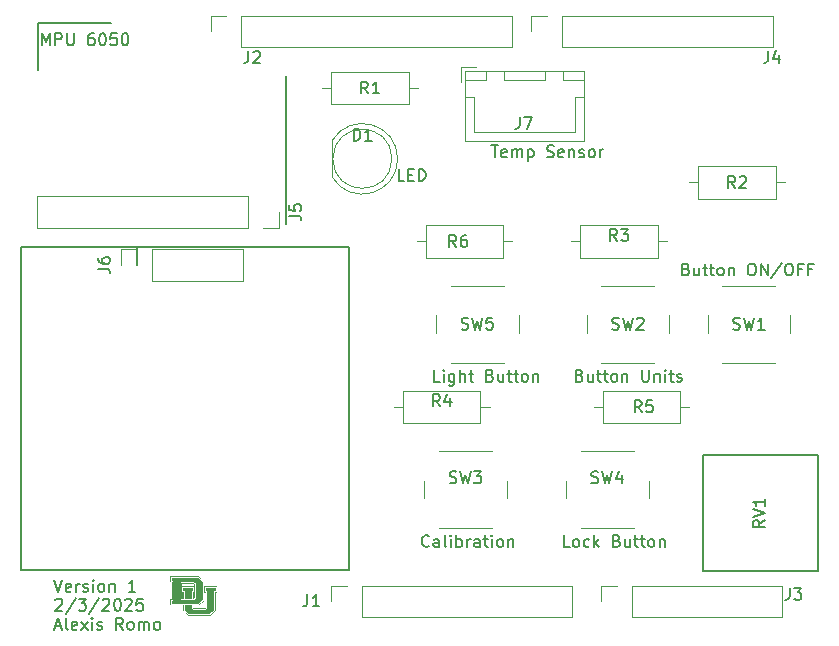
<source format=gbr>
%TF.GenerationSoftware,KiCad,Pcbnew,8.0.8*%
%TF.CreationDate,2025-02-03T17:03:33-07:00*%
%TF.ProjectId,BoardMicro,426f6172-644d-4696-9372-6f2e6b696361,rev?*%
%TF.SameCoordinates,Original*%
%TF.FileFunction,Legend,Top*%
%TF.FilePolarity,Positive*%
%FSLAX46Y46*%
G04 Gerber Fmt 4.6, Leading zero omitted, Abs format (unit mm)*
G04 Created by KiCad (PCBNEW 8.0.8) date 2025-02-03 17:03:33*
%MOMM*%
%LPD*%
G01*
G04 APERTURE LIST*
%ADD10C,0.150000*%
%ADD11C,0.120000*%
%ADD12C,0.000000*%
G04 APERTURE END LIST*
D10*
X101795000Y-48500000D02*
X101795000Y-52500000D01*
X100360000Y-67475000D02*
X128160000Y-67475000D01*
X128160000Y-94775000D01*
X100360000Y-94775000D01*
X100360000Y-67475000D01*
X158115000Y-85115000D02*
X167885000Y-85115000D01*
X167885000Y-94885000D01*
X158115000Y-94885000D01*
X158115000Y-85115000D01*
X100360000Y-67475000D02*
X110200000Y-67475000D01*
X101795000Y-48500000D02*
X108020112Y-48500000D01*
X122795000Y-65500000D02*
X122795000Y-53000000D01*
X110200000Y-67475000D02*
X110200000Y-68975000D01*
X147670112Y-78346009D02*
X147812969Y-78393628D01*
X147812969Y-78393628D02*
X147860588Y-78441247D01*
X147860588Y-78441247D02*
X147908207Y-78536485D01*
X147908207Y-78536485D02*
X147908207Y-78679342D01*
X147908207Y-78679342D02*
X147860588Y-78774580D01*
X147860588Y-78774580D02*
X147812969Y-78822200D01*
X147812969Y-78822200D02*
X147717731Y-78869819D01*
X147717731Y-78869819D02*
X147336779Y-78869819D01*
X147336779Y-78869819D02*
X147336779Y-77869819D01*
X147336779Y-77869819D02*
X147670112Y-77869819D01*
X147670112Y-77869819D02*
X147765350Y-77917438D01*
X147765350Y-77917438D02*
X147812969Y-77965057D01*
X147812969Y-77965057D02*
X147860588Y-78060295D01*
X147860588Y-78060295D02*
X147860588Y-78155533D01*
X147860588Y-78155533D02*
X147812969Y-78250771D01*
X147812969Y-78250771D02*
X147765350Y-78298390D01*
X147765350Y-78298390D02*
X147670112Y-78346009D01*
X147670112Y-78346009D02*
X147336779Y-78346009D01*
X148765350Y-78203152D02*
X148765350Y-78869819D01*
X148336779Y-78203152D02*
X148336779Y-78726961D01*
X148336779Y-78726961D02*
X148384398Y-78822200D01*
X148384398Y-78822200D02*
X148479636Y-78869819D01*
X148479636Y-78869819D02*
X148622493Y-78869819D01*
X148622493Y-78869819D02*
X148717731Y-78822200D01*
X148717731Y-78822200D02*
X148765350Y-78774580D01*
X149098684Y-78203152D02*
X149479636Y-78203152D01*
X149241541Y-77869819D02*
X149241541Y-78726961D01*
X149241541Y-78726961D02*
X149289160Y-78822200D01*
X149289160Y-78822200D02*
X149384398Y-78869819D01*
X149384398Y-78869819D02*
X149479636Y-78869819D01*
X149670113Y-78203152D02*
X150051065Y-78203152D01*
X149812970Y-77869819D02*
X149812970Y-78726961D01*
X149812970Y-78726961D02*
X149860589Y-78822200D01*
X149860589Y-78822200D02*
X149955827Y-78869819D01*
X149955827Y-78869819D02*
X150051065Y-78869819D01*
X150527256Y-78869819D02*
X150432018Y-78822200D01*
X150432018Y-78822200D02*
X150384399Y-78774580D01*
X150384399Y-78774580D02*
X150336780Y-78679342D01*
X150336780Y-78679342D02*
X150336780Y-78393628D01*
X150336780Y-78393628D02*
X150384399Y-78298390D01*
X150384399Y-78298390D02*
X150432018Y-78250771D01*
X150432018Y-78250771D02*
X150527256Y-78203152D01*
X150527256Y-78203152D02*
X150670113Y-78203152D01*
X150670113Y-78203152D02*
X150765351Y-78250771D01*
X150765351Y-78250771D02*
X150812970Y-78298390D01*
X150812970Y-78298390D02*
X150860589Y-78393628D01*
X150860589Y-78393628D02*
X150860589Y-78679342D01*
X150860589Y-78679342D02*
X150812970Y-78774580D01*
X150812970Y-78774580D02*
X150765351Y-78822200D01*
X150765351Y-78822200D02*
X150670113Y-78869819D01*
X150670113Y-78869819D02*
X150527256Y-78869819D01*
X151289161Y-78203152D02*
X151289161Y-78869819D01*
X151289161Y-78298390D02*
X151336780Y-78250771D01*
X151336780Y-78250771D02*
X151432018Y-78203152D01*
X151432018Y-78203152D02*
X151574875Y-78203152D01*
X151574875Y-78203152D02*
X151670113Y-78250771D01*
X151670113Y-78250771D02*
X151717732Y-78346009D01*
X151717732Y-78346009D02*
X151717732Y-78869819D01*
X152955828Y-77869819D02*
X152955828Y-78679342D01*
X152955828Y-78679342D02*
X153003447Y-78774580D01*
X153003447Y-78774580D02*
X153051066Y-78822200D01*
X153051066Y-78822200D02*
X153146304Y-78869819D01*
X153146304Y-78869819D02*
X153336780Y-78869819D01*
X153336780Y-78869819D02*
X153432018Y-78822200D01*
X153432018Y-78822200D02*
X153479637Y-78774580D01*
X153479637Y-78774580D02*
X153527256Y-78679342D01*
X153527256Y-78679342D02*
X153527256Y-77869819D01*
X154003447Y-78203152D02*
X154003447Y-78869819D01*
X154003447Y-78298390D02*
X154051066Y-78250771D01*
X154051066Y-78250771D02*
X154146304Y-78203152D01*
X154146304Y-78203152D02*
X154289161Y-78203152D01*
X154289161Y-78203152D02*
X154384399Y-78250771D01*
X154384399Y-78250771D02*
X154432018Y-78346009D01*
X154432018Y-78346009D02*
X154432018Y-78869819D01*
X154908209Y-78869819D02*
X154908209Y-78203152D01*
X154908209Y-77869819D02*
X154860590Y-77917438D01*
X154860590Y-77917438D02*
X154908209Y-77965057D01*
X154908209Y-77965057D02*
X154955828Y-77917438D01*
X154955828Y-77917438D02*
X154908209Y-77869819D01*
X154908209Y-77869819D02*
X154908209Y-77965057D01*
X155241542Y-78203152D02*
X155622494Y-78203152D01*
X155384399Y-77869819D02*
X155384399Y-78726961D01*
X155384399Y-78726961D02*
X155432018Y-78822200D01*
X155432018Y-78822200D02*
X155527256Y-78869819D01*
X155527256Y-78869819D02*
X155622494Y-78869819D01*
X155908209Y-78822200D02*
X156003447Y-78869819D01*
X156003447Y-78869819D02*
X156193923Y-78869819D01*
X156193923Y-78869819D02*
X156289161Y-78822200D01*
X156289161Y-78822200D02*
X156336780Y-78726961D01*
X156336780Y-78726961D02*
X156336780Y-78679342D01*
X156336780Y-78679342D02*
X156289161Y-78584104D01*
X156289161Y-78584104D02*
X156193923Y-78536485D01*
X156193923Y-78536485D02*
X156051066Y-78536485D01*
X156051066Y-78536485D02*
X155955828Y-78488866D01*
X155955828Y-78488866D02*
X155908209Y-78393628D01*
X155908209Y-78393628D02*
X155908209Y-78346009D01*
X155908209Y-78346009D02*
X155955828Y-78250771D01*
X155955828Y-78250771D02*
X156051066Y-78203152D01*
X156051066Y-78203152D02*
X156193923Y-78203152D01*
X156193923Y-78203152D02*
X156289161Y-78250771D01*
X134908207Y-92774580D02*
X134860588Y-92822200D01*
X134860588Y-92822200D02*
X134717731Y-92869819D01*
X134717731Y-92869819D02*
X134622493Y-92869819D01*
X134622493Y-92869819D02*
X134479636Y-92822200D01*
X134479636Y-92822200D02*
X134384398Y-92726961D01*
X134384398Y-92726961D02*
X134336779Y-92631723D01*
X134336779Y-92631723D02*
X134289160Y-92441247D01*
X134289160Y-92441247D02*
X134289160Y-92298390D01*
X134289160Y-92298390D02*
X134336779Y-92107914D01*
X134336779Y-92107914D02*
X134384398Y-92012676D01*
X134384398Y-92012676D02*
X134479636Y-91917438D01*
X134479636Y-91917438D02*
X134622493Y-91869819D01*
X134622493Y-91869819D02*
X134717731Y-91869819D01*
X134717731Y-91869819D02*
X134860588Y-91917438D01*
X134860588Y-91917438D02*
X134908207Y-91965057D01*
X135765350Y-92869819D02*
X135765350Y-92346009D01*
X135765350Y-92346009D02*
X135717731Y-92250771D01*
X135717731Y-92250771D02*
X135622493Y-92203152D01*
X135622493Y-92203152D02*
X135432017Y-92203152D01*
X135432017Y-92203152D02*
X135336779Y-92250771D01*
X135765350Y-92822200D02*
X135670112Y-92869819D01*
X135670112Y-92869819D02*
X135432017Y-92869819D01*
X135432017Y-92869819D02*
X135336779Y-92822200D01*
X135336779Y-92822200D02*
X135289160Y-92726961D01*
X135289160Y-92726961D02*
X135289160Y-92631723D01*
X135289160Y-92631723D02*
X135336779Y-92536485D01*
X135336779Y-92536485D02*
X135432017Y-92488866D01*
X135432017Y-92488866D02*
X135670112Y-92488866D01*
X135670112Y-92488866D02*
X135765350Y-92441247D01*
X136384398Y-92869819D02*
X136289160Y-92822200D01*
X136289160Y-92822200D02*
X136241541Y-92726961D01*
X136241541Y-92726961D02*
X136241541Y-91869819D01*
X136765351Y-92869819D02*
X136765351Y-92203152D01*
X136765351Y-91869819D02*
X136717732Y-91917438D01*
X136717732Y-91917438D02*
X136765351Y-91965057D01*
X136765351Y-91965057D02*
X136812970Y-91917438D01*
X136812970Y-91917438D02*
X136765351Y-91869819D01*
X136765351Y-91869819D02*
X136765351Y-91965057D01*
X137241541Y-92869819D02*
X137241541Y-91869819D01*
X137241541Y-92250771D02*
X137336779Y-92203152D01*
X137336779Y-92203152D02*
X137527255Y-92203152D01*
X137527255Y-92203152D02*
X137622493Y-92250771D01*
X137622493Y-92250771D02*
X137670112Y-92298390D01*
X137670112Y-92298390D02*
X137717731Y-92393628D01*
X137717731Y-92393628D02*
X137717731Y-92679342D01*
X137717731Y-92679342D02*
X137670112Y-92774580D01*
X137670112Y-92774580D02*
X137622493Y-92822200D01*
X137622493Y-92822200D02*
X137527255Y-92869819D01*
X137527255Y-92869819D02*
X137336779Y-92869819D01*
X137336779Y-92869819D02*
X137241541Y-92822200D01*
X138146303Y-92869819D02*
X138146303Y-92203152D01*
X138146303Y-92393628D02*
X138193922Y-92298390D01*
X138193922Y-92298390D02*
X138241541Y-92250771D01*
X138241541Y-92250771D02*
X138336779Y-92203152D01*
X138336779Y-92203152D02*
X138432017Y-92203152D01*
X139193922Y-92869819D02*
X139193922Y-92346009D01*
X139193922Y-92346009D02*
X139146303Y-92250771D01*
X139146303Y-92250771D02*
X139051065Y-92203152D01*
X139051065Y-92203152D02*
X138860589Y-92203152D01*
X138860589Y-92203152D02*
X138765351Y-92250771D01*
X139193922Y-92822200D02*
X139098684Y-92869819D01*
X139098684Y-92869819D02*
X138860589Y-92869819D01*
X138860589Y-92869819D02*
X138765351Y-92822200D01*
X138765351Y-92822200D02*
X138717732Y-92726961D01*
X138717732Y-92726961D02*
X138717732Y-92631723D01*
X138717732Y-92631723D02*
X138765351Y-92536485D01*
X138765351Y-92536485D02*
X138860589Y-92488866D01*
X138860589Y-92488866D02*
X139098684Y-92488866D01*
X139098684Y-92488866D02*
X139193922Y-92441247D01*
X139527256Y-92203152D02*
X139908208Y-92203152D01*
X139670113Y-91869819D02*
X139670113Y-92726961D01*
X139670113Y-92726961D02*
X139717732Y-92822200D01*
X139717732Y-92822200D02*
X139812970Y-92869819D01*
X139812970Y-92869819D02*
X139908208Y-92869819D01*
X140241542Y-92869819D02*
X140241542Y-92203152D01*
X140241542Y-91869819D02*
X140193923Y-91917438D01*
X140193923Y-91917438D02*
X140241542Y-91965057D01*
X140241542Y-91965057D02*
X140289161Y-91917438D01*
X140289161Y-91917438D02*
X140241542Y-91869819D01*
X140241542Y-91869819D02*
X140241542Y-91965057D01*
X140860589Y-92869819D02*
X140765351Y-92822200D01*
X140765351Y-92822200D02*
X140717732Y-92774580D01*
X140717732Y-92774580D02*
X140670113Y-92679342D01*
X140670113Y-92679342D02*
X140670113Y-92393628D01*
X140670113Y-92393628D02*
X140717732Y-92298390D01*
X140717732Y-92298390D02*
X140765351Y-92250771D01*
X140765351Y-92250771D02*
X140860589Y-92203152D01*
X140860589Y-92203152D02*
X141003446Y-92203152D01*
X141003446Y-92203152D02*
X141098684Y-92250771D01*
X141098684Y-92250771D02*
X141146303Y-92298390D01*
X141146303Y-92298390D02*
X141193922Y-92393628D01*
X141193922Y-92393628D02*
X141193922Y-92679342D01*
X141193922Y-92679342D02*
X141146303Y-92774580D01*
X141146303Y-92774580D02*
X141098684Y-92822200D01*
X141098684Y-92822200D02*
X141003446Y-92869819D01*
X141003446Y-92869819D02*
X140860589Y-92869819D01*
X141622494Y-92203152D02*
X141622494Y-92869819D01*
X141622494Y-92298390D02*
X141670113Y-92250771D01*
X141670113Y-92250771D02*
X141765351Y-92203152D01*
X141765351Y-92203152D02*
X141908208Y-92203152D01*
X141908208Y-92203152D02*
X142003446Y-92250771D01*
X142003446Y-92250771D02*
X142051065Y-92346009D01*
X142051065Y-92346009D02*
X142051065Y-92869819D01*
X132812969Y-61869819D02*
X132336779Y-61869819D01*
X132336779Y-61869819D02*
X132336779Y-60869819D01*
X133146303Y-61346009D02*
X133479636Y-61346009D01*
X133622493Y-61869819D02*
X133146303Y-61869819D01*
X133146303Y-61869819D02*
X133146303Y-60869819D01*
X133146303Y-60869819D02*
X133622493Y-60869819D01*
X134051065Y-61869819D02*
X134051065Y-60869819D01*
X134051065Y-60869819D02*
X134289160Y-60869819D01*
X134289160Y-60869819D02*
X134432017Y-60917438D01*
X134432017Y-60917438D02*
X134527255Y-61012676D01*
X134527255Y-61012676D02*
X134574874Y-61107914D01*
X134574874Y-61107914D02*
X134622493Y-61298390D01*
X134622493Y-61298390D02*
X134622493Y-61441247D01*
X134622493Y-61441247D02*
X134574874Y-61631723D01*
X134574874Y-61631723D02*
X134527255Y-61726961D01*
X134527255Y-61726961D02*
X134432017Y-61822200D01*
X134432017Y-61822200D02*
X134289160Y-61869819D01*
X134289160Y-61869819D02*
X134051065Y-61869819D01*
X103193922Y-95649931D02*
X103527255Y-96649931D01*
X103527255Y-96649931D02*
X103860588Y-95649931D01*
X104574874Y-96602312D02*
X104479636Y-96649931D01*
X104479636Y-96649931D02*
X104289160Y-96649931D01*
X104289160Y-96649931D02*
X104193922Y-96602312D01*
X104193922Y-96602312D02*
X104146303Y-96507073D01*
X104146303Y-96507073D02*
X104146303Y-96126121D01*
X104146303Y-96126121D02*
X104193922Y-96030883D01*
X104193922Y-96030883D02*
X104289160Y-95983264D01*
X104289160Y-95983264D02*
X104479636Y-95983264D01*
X104479636Y-95983264D02*
X104574874Y-96030883D01*
X104574874Y-96030883D02*
X104622493Y-96126121D01*
X104622493Y-96126121D02*
X104622493Y-96221359D01*
X104622493Y-96221359D02*
X104146303Y-96316597D01*
X105051065Y-96649931D02*
X105051065Y-95983264D01*
X105051065Y-96173740D02*
X105098684Y-96078502D01*
X105098684Y-96078502D02*
X105146303Y-96030883D01*
X105146303Y-96030883D02*
X105241541Y-95983264D01*
X105241541Y-95983264D02*
X105336779Y-95983264D01*
X105622494Y-96602312D02*
X105717732Y-96649931D01*
X105717732Y-96649931D02*
X105908208Y-96649931D01*
X105908208Y-96649931D02*
X106003446Y-96602312D01*
X106003446Y-96602312D02*
X106051065Y-96507073D01*
X106051065Y-96507073D02*
X106051065Y-96459454D01*
X106051065Y-96459454D02*
X106003446Y-96364216D01*
X106003446Y-96364216D02*
X105908208Y-96316597D01*
X105908208Y-96316597D02*
X105765351Y-96316597D01*
X105765351Y-96316597D02*
X105670113Y-96268978D01*
X105670113Y-96268978D02*
X105622494Y-96173740D01*
X105622494Y-96173740D02*
X105622494Y-96126121D01*
X105622494Y-96126121D02*
X105670113Y-96030883D01*
X105670113Y-96030883D02*
X105765351Y-95983264D01*
X105765351Y-95983264D02*
X105908208Y-95983264D01*
X105908208Y-95983264D02*
X106003446Y-96030883D01*
X106479637Y-96649931D02*
X106479637Y-95983264D01*
X106479637Y-95649931D02*
X106432018Y-95697550D01*
X106432018Y-95697550D02*
X106479637Y-95745169D01*
X106479637Y-95745169D02*
X106527256Y-95697550D01*
X106527256Y-95697550D02*
X106479637Y-95649931D01*
X106479637Y-95649931D02*
X106479637Y-95745169D01*
X107098684Y-96649931D02*
X107003446Y-96602312D01*
X107003446Y-96602312D02*
X106955827Y-96554692D01*
X106955827Y-96554692D02*
X106908208Y-96459454D01*
X106908208Y-96459454D02*
X106908208Y-96173740D01*
X106908208Y-96173740D02*
X106955827Y-96078502D01*
X106955827Y-96078502D02*
X107003446Y-96030883D01*
X107003446Y-96030883D02*
X107098684Y-95983264D01*
X107098684Y-95983264D02*
X107241541Y-95983264D01*
X107241541Y-95983264D02*
X107336779Y-96030883D01*
X107336779Y-96030883D02*
X107384398Y-96078502D01*
X107384398Y-96078502D02*
X107432017Y-96173740D01*
X107432017Y-96173740D02*
X107432017Y-96459454D01*
X107432017Y-96459454D02*
X107384398Y-96554692D01*
X107384398Y-96554692D02*
X107336779Y-96602312D01*
X107336779Y-96602312D02*
X107241541Y-96649931D01*
X107241541Y-96649931D02*
X107098684Y-96649931D01*
X107860589Y-95983264D02*
X107860589Y-96649931D01*
X107860589Y-96078502D02*
X107908208Y-96030883D01*
X107908208Y-96030883D02*
X108003446Y-95983264D01*
X108003446Y-95983264D02*
X108146303Y-95983264D01*
X108146303Y-95983264D02*
X108241541Y-96030883D01*
X108241541Y-96030883D02*
X108289160Y-96126121D01*
X108289160Y-96126121D02*
X108289160Y-96649931D01*
X110051065Y-96649931D02*
X109479637Y-96649931D01*
X109765351Y-96649931D02*
X109765351Y-95649931D01*
X109765351Y-95649931D02*
X109670113Y-95792788D01*
X109670113Y-95792788D02*
X109574875Y-95888026D01*
X109574875Y-95888026D02*
X109479637Y-95935645D01*
X103289160Y-97355113D02*
X103336779Y-97307494D01*
X103336779Y-97307494D02*
X103432017Y-97259875D01*
X103432017Y-97259875D02*
X103670112Y-97259875D01*
X103670112Y-97259875D02*
X103765350Y-97307494D01*
X103765350Y-97307494D02*
X103812969Y-97355113D01*
X103812969Y-97355113D02*
X103860588Y-97450351D01*
X103860588Y-97450351D02*
X103860588Y-97545589D01*
X103860588Y-97545589D02*
X103812969Y-97688446D01*
X103812969Y-97688446D02*
X103241541Y-98259875D01*
X103241541Y-98259875D02*
X103860588Y-98259875D01*
X105003445Y-97212256D02*
X104146303Y-98497970D01*
X105241541Y-97259875D02*
X105860588Y-97259875D01*
X105860588Y-97259875D02*
X105527255Y-97640827D01*
X105527255Y-97640827D02*
X105670112Y-97640827D01*
X105670112Y-97640827D02*
X105765350Y-97688446D01*
X105765350Y-97688446D02*
X105812969Y-97736065D01*
X105812969Y-97736065D02*
X105860588Y-97831303D01*
X105860588Y-97831303D02*
X105860588Y-98069398D01*
X105860588Y-98069398D02*
X105812969Y-98164636D01*
X105812969Y-98164636D02*
X105765350Y-98212256D01*
X105765350Y-98212256D02*
X105670112Y-98259875D01*
X105670112Y-98259875D02*
X105384398Y-98259875D01*
X105384398Y-98259875D02*
X105289160Y-98212256D01*
X105289160Y-98212256D02*
X105241541Y-98164636D01*
X107003445Y-97212256D02*
X106146303Y-98497970D01*
X107289160Y-97355113D02*
X107336779Y-97307494D01*
X107336779Y-97307494D02*
X107432017Y-97259875D01*
X107432017Y-97259875D02*
X107670112Y-97259875D01*
X107670112Y-97259875D02*
X107765350Y-97307494D01*
X107765350Y-97307494D02*
X107812969Y-97355113D01*
X107812969Y-97355113D02*
X107860588Y-97450351D01*
X107860588Y-97450351D02*
X107860588Y-97545589D01*
X107860588Y-97545589D02*
X107812969Y-97688446D01*
X107812969Y-97688446D02*
X107241541Y-98259875D01*
X107241541Y-98259875D02*
X107860588Y-98259875D01*
X108479636Y-97259875D02*
X108574874Y-97259875D01*
X108574874Y-97259875D02*
X108670112Y-97307494D01*
X108670112Y-97307494D02*
X108717731Y-97355113D01*
X108717731Y-97355113D02*
X108765350Y-97450351D01*
X108765350Y-97450351D02*
X108812969Y-97640827D01*
X108812969Y-97640827D02*
X108812969Y-97878922D01*
X108812969Y-97878922D02*
X108765350Y-98069398D01*
X108765350Y-98069398D02*
X108717731Y-98164636D01*
X108717731Y-98164636D02*
X108670112Y-98212256D01*
X108670112Y-98212256D02*
X108574874Y-98259875D01*
X108574874Y-98259875D02*
X108479636Y-98259875D01*
X108479636Y-98259875D02*
X108384398Y-98212256D01*
X108384398Y-98212256D02*
X108336779Y-98164636D01*
X108336779Y-98164636D02*
X108289160Y-98069398D01*
X108289160Y-98069398D02*
X108241541Y-97878922D01*
X108241541Y-97878922D02*
X108241541Y-97640827D01*
X108241541Y-97640827D02*
X108289160Y-97450351D01*
X108289160Y-97450351D02*
X108336779Y-97355113D01*
X108336779Y-97355113D02*
X108384398Y-97307494D01*
X108384398Y-97307494D02*
X108479636Y-97259875D01*
X109193922Y-97355113D02*
X109241541Y-97307494D01*
X109241541Y-97307494D02*
X109336779Y-97259875D01*
X109336779Y-97259875D02*
X109574874Y-97259875D01*
X109574874Y-97259875D02*
X109670112Y-97307494D01*
X109670112Y-97307494D02*
X109717731Y-97355113D01*
X109717731Y-97355113D02*
X109765350Y-97450351D01*
X109765350Y-97450351D02*
X109765350Y-97545589D01*
X109765350Y-97545589D02*
X109717731Y-97688446D01*
X109717731Y-97688446D02*
X109146303Y-98259875D01*
X109146303Y-98259875D02*
X109765350Y-98259875D01*
X110670112Y-97259875D02*
X110193922Y-97259875D01*
X110193922Y-97259875D02*
X110146303Y-97736065D01*
X110146303Y-97736065D02*
X110193922Y-97688446D01*
X110193922Y-97688446D02*
X110289160Y-97640827D01*
X110289160Y-97640827D02*
X110527255Y-97640827D01*
X110527255Y-97640827D02*
X110622493Y-97688446D01*
X110622493Y-97688446D02*
X110670112Y-97736065D01*
X110670112Y-97736065D02*
X110717731Y-97831303D01*
X110717731Y-97831303D02*
X110717731Y-98069398D01*
X110717731Y-98069398D02*
X110670112Y-98164636D01*
X110670112Y-98164636D02*
X110622493Y-98212256D01*
X110622493Y-98212256D02*
X110527255Y-98259875D01*
X110527255Y-98259875D02*
X110289160Y-98259875D01*
X110289160Y-98259875D02*
X110193922Y-98212256D01*
X110193922Y-98212256D02*
X110146303Y-98164636D01*
X103289160Y-99584104D02*
X103765350Y-99584104D01*
X103193922Y-99869819D02*
X103527255Y-98869819D01*
X103527255Y-98869819D02*
X103860588Y-99869819D01*
X104336779Y-99869819D02*
X104241541Y-99822200D01*
X104241541Y-99822200D02*
X104193922Y-99726961D01*
X104193922Y-99726961D02*
X104193922Y-98869819D01*
X105098684Y-99822200D02*
X105003446Y-99869819D01*
X105003446Y-99869819D02*
X104812970Y-99869819D01*
X104812970Y-99869819D02*
X104717732Y-99822200D01*
X104717732Y-99822200D02*
X104670113Y-99726961D01*
X104670113Y-99726961D02*
X104670113Y-99346009D01*
X104670113Y-99346009D02*
X104717732Y-99250771D01*
X104717732Y-99250771D02*
X104812970Y-99203152D01*
X104812970Y-99203152D02*
X105003446Y-99203152D01*
X105003446Y-99203152D02*
X105098684Y-99250771D01*
X105098684Y-99250771D02*
X105146303Y-99346009D01*
X105146303Y-99346009D02*
X105146303Y-99441247D01*
X105146303Y-99441247D02*
X104670113Y-99536485D01*
X105479637Y-99869819D02*
X106003446Y-99203152D01*
X105479637Y-99203152D02*
X106003446Y-99869819D01*
X106384399Y-99869819D02*
X106384399Y-99203152D01*
X106384399Y-98869819D02*
X106336780Y-98917438D01*
X106336780Y-98917438D02*
X106384399Y-98965057D01*
X106384399Y-98965057D02*
X106432018Y-98917438D01*
X106432018Y-98917438D02*
X106384399Y-98869819D01*
X106384399Y-98869819D02*
X106384399Y-98965057D01*
X106812970Y-99822200D02*
X106908208Y-99869819D01*
X106908208Y-99869819D02*
X107098684Y-99869819D01*
X107098684Y-99869819D02*
X107193922Y-99822200D01*
X107193922Y-99822200D02*
X107241541Y-99726961D01*
X107241541Y-99726961D02*
X107241541Y-99679342D01*
X107241541Y-99679342D02*
X107193922Y-99584104D01*
X107193922Y-99584104D02*
X107098684Y-99536485D01*
X107098684Y-99536485D02*
X106955827Y-99536485D01*
X106955827Y-99536485D02*
X106860589Y-99488866D01*
X106860589Y-99488866D02*
X106812970Y-99393628D01*
X106812970Y-99393628D02*
X106812970Y-99346009D01*
X106812970Y-99346009D02*
X106860589Y-99250771D01*
X106860589Y-99250771D02*
X106955827Y-99203152D01*
X106955827Y-99203152D02*
X107098684Y-99203152D01*
X107098684Y-99203152D02*
X107193922Y-99250771D01*
X109003446Y-99869819D02*
X108670113Y-99393628D01*
X108432018Y-99869819D02*
X108432018Y-98869819D01*
X108432018Y-98869819D02*
X108812970Y-98869819D01*
X108812970Y-98869819D02*
X108908208Y-98917438D01*
X108908208Y-98917438D02*
X108955827Y-98965057D01*
X108955827Y-98965057D02*
X109003446Y-99060295D01*
X109003446Y-99060295D02*
X109003446Y-99203152D01*
X109003446Y-99203152D02*
X108955827Y-99298390D01*
X108955827Y-99298390D02*
X108908208Y-99346009D01*
X108908208Y-99346009D02*
X108812970Y-99393628D01*
X108812970Y-99393628D02*
X108432018Y-99393628D01*
X109574875Y-99869819D02*
X109479637Y-99822200D01*
X109479637Y-99822200D02*
X109432018Y-99774580D01*
X109432018Y-99774580D02*
X109384399Y-99679342D01*
X109384399Y-99679342D02*
X109384399Y-99393628D01*
X109384399Y-99393628D02*
X109432018Y-99298390D01*
X109432018Y-99298390D02*
X109479637Y-99250771D01*
X109479637Y-99250771D02*
X109574875Y-99203152D01*
X109574875Y-99203152D02*
X109717732Y-99203152D01*
X109717732Y-99203152D02*
X109812970Y-99250771D01*
X109812970Y-99250771D02*
X109860589Y-99298390D01*
X109860589Y-99298390D02*
X109908208Y-99393628D01*
X109908208Y-99393628D02*
X109908208Y-99679342D01*
X109908208Y-99679342D02*
X109860589Y-99774580D01*
X109860589Y-99774580D02*
X109812970Y-99822200D01*
X109812970Y-99822200D02*
X109717732Y-99869819D01*
X109717732Y-99869819D02*
X109574875Y-99869819D01*
X110336780Y-99869819D02*
X110336780Y-99203152D01*
X110336780Y-99298390D02*
X110384399Y-99250771D01*
X110384399Y-99250771D02*
X110479637Y-99203152D01*
X110479637Y-99203152D02*
X110622494Y-99203152D01*
X110622494Y-99203152D02*
X110717732Y-99250771D01*
X110717732Y-99250771D02*
X110765351Y-99346009D01*
X110765351Y-99346009D02*
X110765351Y-99869819D01*
X110765351Y-99346009D02*
X110812970Y-99250771D01*
X110812970Y-99250771D02*
X110908208Y-99203152D01*
X110908208Y-99203152D02*
X111051065Y-99203152D01*
X111051065Y-99203152D02*
X111146304Y-99250771D01*
X111146304Y-99250771D02*
X111193923Y-99346009D01*
X111193923Y-99346009D02*
X111193923Y-99869819D01*
X111812970Y-99869819D02*
X111717732Y-99822200D01*
X111717732Y-99822200D02*
X111670113Y-99774580D01*
X111670113Y-99774580D02*
X111622494Y-99679342D01*
X111622494Y-99679342D02*
X111622494Y-99393628D01*
X111622494Y-99393628D02*
X111670113Y-99298390D01*
X111670113Y-99298390D02*
X111717732Y-99250771D01*
X111717732Y-99250771D02*
X111812970Y-99203152D01*
X111812970Y-99203152D02*
X111955827Y-99203152D01*
X111955827Y-99203152D02*
X112051065Y-99250771D01*
X112051065Y-99250771D02*
X112098684Y-99298390D01*
X112098684Y-99298390D02*
X112146303Y-99393628D01*
X112146303Y-99393628D02*
X112146303Y-99679342D01*
X112146303Y-99679342D02*
X112098684Y-99774580D01*
X112098684Y-99774580D02*
X112051065Y-99822200D01*
X112051065Y-99822200D02*
X111955827Y-99869819D01*
X111955827Y-99869819D02*
X111812970Y-99869819D01*
X140193922Y-58869819D02*
X140765350Y-58869819D01*
X140479636Y-59869819D02*
X140479636Y-58869819D01*
X141479636Y-59822200D02*
X141384398Y-59869819D01*
X141384398Y-59869819D02*
X141193922Y-59869819D01*
X141193922Y-59869819D02*
X141098684Y-59822200D01*
X141098684Y-59822200D02*
X141051065Y-59726961D01*
X141051065Y-59726961D02*
X141051065Y-59346009D01*
X141051065Y-59346009D02*
X141098684Y-59250771D01*
X141098684Y-59250771D02*
X141193922Y-59203152D01*
X141193922Y-59203152D02*
X141384398Y-59203152D01*
X141384398Y-59203152D02*
X141479636Y-59250771D01*
X141479636Y-59250771D02*
X141527255Y-59346009D01*
X141527255Y-59346009D02*
X141527255Y-59441247D01*
X141527255Y-59441247D02*
X141051065Y-59536485D01*
X141955827Y-59869819D02*
X141955827Y-59203152D01*
X141955827Y-59298390D02*
X142003446Y-59250771D01*
X142003446Y-59250771D02*
X142098684Y-59203152D01*
X142098684Y-59203152D02*
X142241541Y-59203152D01*
X142241541Y-59203152D02*
X142336779Y-59250771D01*
X142336779Y-59250771D02*
X142384398Y-59346009D01*
X142384398Y-59346009D02*
X142384398Y-59869819D01*
X142384398Y-59346009D02*
X142432017Y-59250771D01*
X142432017Y-59250771D02*
X142527255Y-59203152D01*
X142527255Y-59203152D02*
X142670112Y-59203152D01*
X142670112Y-59203152D02*
X142765351Y-59250771D01*
X142765351Y-59250771D02*
X142812970Y-59346009D01*
X142812970Y-59346009D02*
X142812970Y-59869819D01*
X143289160Y-59203152D02*
X143289160Y-60203152D01*
X143289160Y-59250771D02*
X143384398Y-59203152D01*
X143384398Y-59203152D02*
X143574874Y-59203152D01*
X143574874Y-59203152D02*
X143670112Y-59250771D01*
X143670112Y-59250771D02*
X143717731Y-59298390D01*
X143717731Y-59298390D02*
X143765350Y-59393628D01*
X143765350Y-59393628D02*
X143765350Y-59679342D01*
X143765350Y-59679342D02*
X143717731Y-59774580D01*
X143717731Y-59774580D02*
X143670112Y-59822200D01*
X143670112Y-59822200D02*
X143574874Y-59869819D01*
X143574874Y-59869819D02*
X143384398Y-59869819D01*
X143384398Y-59869819D02*
X143289160Y-59822200D01*
X144908208Y-59822200D02*
X145051065Y-59869819D01*
X145051065Y-59869819D02*
X145289160Y-59869819D01*
X145289160Y-59869819D02*
X145384398Y-59822200D01*
X145384398Y-59822200D02*
X145432017Y-59774580D01*
X145432017Y-59774580D02*
X145479636Y-59679342D01*
X145479636Y-59679342D02*
X145479636Y-59584104D01*
X145479636Y-59584104D02*
X145432017Y-59488866D01*
X145432017Y-59488866D02*
X145384398Y-59441247D01*
X145384398Y-59441247D02*
X145289160Y-59393628D01*
X145289160Y-59393628D02*
X145098684Y-59346009D01*
X145098684Y-59346009D02*
X145003446Y-59298390D01*
X145003446Y-59298390D02*
X144955827Y-59250771D01*
X144955827Y-59250771D02*
X144908208Y-59155533D01*
X144908208Y-59155533D02*
X144908208Y-59060295D01*
X144908208Y-59060295D02*
X144955827Y-58965057D01*
X144955827Y-58965057D02*
X145003446Y-58917438D01*
X145003446Y-58917438D02*
X145098684Y-58869819D01*
X145098684Y-58869819D02*
X145336779Y-58869819D01*
X145336779Y-58869819D02*
X145479636Y-58917438D01*
X146289160Y-59822200D02*
X146193922Y-59869819D01*
X146193922Y-59869819D02*
X146003446Y-59869819D01*
X146003446Y-59869819D02*
X145908208Y-59822200D01*
X145908208Y-59822200D02*
X145860589Y-59726961D01*
X145860589Y-59726961D02*
X145860589Y-59346009D01*
X145860589Y-59346009D02*
X145908208Y-59250771D01*
X145908208Y-59250771D02*
X146003446Y-59203152D01*
X146003446Y-59203152D02*
X146193922Y-59203152D01*
X146193922Y-59203152D02*
X146289160Y-59250771D01*
X146289160Y-59250771D02*
X146336779Y-59346009D01*
X146336779Y-59346009D02*
X146336779Y-59441247D01*
X146336779Y-59441247D02*
X145860589Y-59536485D01*
X146765351Y-59203152D02*
X146765351Y-59869819D01*
X146765351Y-59298390D02*
X146812970Y-59250771D01*
X146812970Y-59250771D02*
X146908208Y-59203152D01*
X146908208Y-59203152D02*
X147051065Y-59203152D01*
X147051065Y-59203152D02*
X147146303Y-59250771D01*
X147146303Y-59250771D02*
X147193922Y-59346009D01*
X147193922Y-59346009D02*
X147193922Y-59869819D01*
X147622494Y-59822200D02*
X147717732Y-59869819D01*
X147717732Y-59869819D02*
X147908208Y-59869819D01*
X147908208Y-59869819D02*
X148003446Y-59822200D01*
X148003446Y-59822200D02*
X148051065Y-59726961D01*
X148051065Y-59726961D02*
X148051065Y-59679342D01*
X148051065Y-59679342D02*
X148003446Y-59584104D01*
X148003446Y-59584104D02*
X147908208Y-59536485D01*
X147908208Y-59536485D02*
X147765351Y-59536485D01*
X147765351Y-59536485D02*
X147670113Y-59488866D01*
X147670113Y-59488866D02*
X147622494Y-59393628D01*
X147622494Y-59393628D02*
X147622494Y-59346009D01*
X147622494Y-59346009D02*
X147670113Y-59250771D01*
X147670113Y-59250771D02*
X147765351Y-59203152D01*
X147765351Y-59203152D02*
X147908208Y-59203152D01*
X147908208Y-59203152D02*
X148003446Y-59250771D01*
X148622494Y-59869819D02*
X148527256Y-59822200D01*
X148527256Y-59822200D02*
X148479637Y-59774580D01*
X148479637Y-59774580D02*
X148432018Y-59679342D01*
X148432018Y-59679342D02*
X148432018Y-59393628D01*
X148432018Y-59393628D02*
X148479637Y-59298390D01*
X148479637Y-59298390D02*
X148527256Y-59250771D01*
X148527256Y-59250771D02*
X148622494Y-59203152D01*
X148622494Y-59203152D02*
X148765351Y-59203152D01*
X148765351Y-59203152D02*
X148860589Y-59250771D01*
X148860589Y-59250771D02*
X148908208Y-59298390D01*
X148908208Y-59298390D02*
X148955827Y-59393628D01*
X148955827Y-59393628D02*
X148955827Y-59679342D01*
X148955827Y-59679342D02*
X148908208Y-59774580D01*
X148908208Y-59774580D02*
X148860589Y-59822200D01*
X148860589Y-59822200D02*
X148765351Y-59869819D01*
X148765351Y-59869819D02*
X148622494Y-59869819D01*
X149384399Y-59869819D02*
X149384399Y-59203152D01*
X149384399Y-59393628D02*
X149432018Y-59298390D01*
X149432018Y-59298390D02*
X149479637Y-59250771D01*
X149479637Y-59250771D02*
X149574875Y-59203152D01*
X149574875Y-59203152D02*
X149670113Y-59203152D01*
X165452493Y-96329819D02*
X165452493Y-97044104D01*
X165452493Y-97044104D02*
X165404874Y-97186961D01*
X165404874Y-97186961D02*
X165309636Y-97282200D01*
X165309636Y-97282200D02*
X165166779Y-97329819D01*
X165166779Y-97329819D02*
X165071541Y-97329819D01*
X165833446Y-96329819D02*
X166452493Y-96329819D01*
X166452493Y-96329819D02*
X166119160Y-96710771D01*
X166119160Y-96710771D02*
X166262017Y-96710771D01*
X166262017Y-96710771D02*
X166357255Y-96758390D01*
X166357255Y-96758390D02*
X166404874Y-96806009D01*
X166404874Y-96806009D02*
X166452493Y-96901247D01*
X166452493Y-96901247D02*
X166452493Y-97139342D01*
X166452493Y-97139342D02*
X166404874Y-97234580D01*
X166404874Y-97234580D02*
X166357255Y-97282200D01*
X166357255Y-97282200D02*
X166262017Y-97329819D01*
X166262017Y-97329819D02*
X165976303Y-97329819D01*
X165976303Y-97329819D02*
X165881065Y-97282200D01*
X165881065Y-97282200D02*
X165833446Y-97234580D01*
X119622493Y-50869819D02*
X119622493Y-51584104D01*
X119622493Y-51584104D02*
X119574874Y-51726961D01*
X119574874Y-51726961D02*
X119479636Y-51822200D01*
X119479636Y-51822200D02*
X119336779Y-51869819D01*
X119336779Y-51869819D02*
X119241541Y-51869819D01*
X120051065Y-50965057D02*
X120098684Y-50917438D01*
X120098684Y-50917438D02*
X120193922Y-50869819D01*
X120193922Y-50869819D02*
X120432017Y-50869819D01*
X120432017Y-50869819D02*
X120527255Y-50917438D01*
X120527255Y-50917438D02*
X120574874Y-50965057D01*
X120574874Y-50965057D02*
X120622493Y-51060295D01*
X120622493Y-51060295D02*
X120622493Y-51155533D01*
X120622493Y-51155533D02*
X120574874Y-51298390D01*
X120574874Y-51298390D02*
X120003446Y-51869819D01*
X120003446Y-51869819D02*
X120622493Y-51869819D01*
X102131779Y-50369819D02*
X102131779Y-49369819D01*
X102131779Y-49369819D02*
X102465112Y-50084104D01*
X102465112Y-50084104D02*
X102798445Y-49369819D01*
X102798445Y-49369819D02*
X102798445Y-50369819D01*
X103274636Y-50369819D02*
X103274636Y-49369819D01*
X103274636Y-49369819D02*
X103655588Y-49369819D01*
X103655588Y-49369819D02*
X103750826Y-49417438D01*
X103750826Y-49417438D02*
X103798445Y-49465057D01*
X103798445Y-49465057D02*
X103846064Y-49560295D01*
X103846064Y-49560295D02*
X103846064Y-49703152D01*
X103846064Y-49703152D02*
X103798445Y-49798390D01*
X103798445Y-49798390D02*
X103750826Y-49846009D01*
X103750826Y-49846009D02*
X103655588Y-49893628D01*
X103655588Y-49893628D02*
X103274636Y-49893628D01*
X104274636Y-49369819D02*
X104274636Y-50179342D01*
X104274636Y-50179342D02*
X104322255Y-50274580D01*
X104322255Y-50274580D02*
X104369874Y-50322200D01*
X104369874Y-50322200D02*
X104465112Y-50369819D01*
X104465112Y-50369819D02*
X104655588Y-50369819D01*
X104655588Y-50369819D02*
X104750826Y-50322200D01*
X104750826Y-50322200D02*
X104798445Y-50274580D01*
X104798445Y-50274580D02*
X104846064Y-50179342D01*
X104846064Y-50179342D02*
X104846064Y-49369819D01*
X106512731Y-49369819D02*
X106322255Y-49369819D01*
X106322255Y-49369819D02*
X106227017Y-49417438D01*
X106227017Y-49417438D02*
X106179398Y-49465057D01*
X106179398Y-49465057D02*
X106084160Y-49607914D01*
X106084160Y-49607914D02*
X106036541Y-49798390D01*
X106036541Y-49798390D02*
X106036541Y-50179342D01*
X106036541Y-50179342D02*
X106084160Y-50274580D01*
X106084160Y-50274580D02*
X106131779Y-50322200D01*
X106131779Y-50322200D02*
X106227017Y-50369819D01*
X106227017Y-50369819D02*
X106417493Y-50369819D01*
X106417493Y-50369819D02*
X106512731Y-50322200D01*
X106512731Y-50322200D02*
X106560350Y-50274580D01*
X106560350Y-50274580D02*
X106607969Y-50179342D01*
X106607969Y-50179342D02*
X106607969Y-49941247D01*
X106607969Y-49941247D02*
X106560350Y-49846009D01*
X106560350Y-49846009D02*
X106512731Y-49798390D01*
X106512731Y-49798390D02*
X106417493Y-49750771D01*
X106417493Y-49750771D02*
X106227017Y-49750771D01*
X106227017Y-49750771D02*
X106131779Y-49798390D01*
X106131779Y-49798390D02*
X106084160Y-49846009D01*
X106084160Y-49846009D02*
X106036541Y-49941247D01*
X107227017Y-49369819D02*
X107322255Y-49369819D01*
X107322255Y-49369819D02*
X107417493Y-49417438D01*
X107417493Y-49417438D02*
X107465112Y-49465057D01*
X107465112Y-49465057D02*
X107512731Y-49560295D01*
X107512731Y-49560295D02*
X107560350Y-49750771D01*
X107560350Y-49750771D02*
X107560350Y-49988866D01*
X107560350Y-49988866D02*
X107512731Y-50179342D01*
X107512731Y-50179342D02*
X107465112Y-50274580D01*
X107465112Y-50274580D02*
X107417493Y-50322200D01*
X107417493Y-50322200D02*
X107322255Y-50369819D01*
X107322255Y-50369819D02*
X107227017Y-50369819D01*
X107227017Y-50369819D02*
X107131779Y-50322200D01*
X107131779Y-50322200D02*
X107084160Y-50274580D01*
X107084160Y-50274580D02*
X107036541Y-50179342D01*
X107036541Y-50179342D02*
X106988922Y-49988866D01*
X106988922Y-49988866D02*
X106988922Y-49750771D01*
X106988922Y-49750771D02*
X107036541Y-49560295D01*
X107036541Y-49560295D02*
X107084160Y-49465057D01*
X107084160Y-49465057D02*
X107131779Y-49417438D01*
X107131779Y-49417438D02*
X107227017Y-49369819D01*
X108465112Y-49369819D02*
X107988922Y-49369819D01*
X107988922Y-49369819D02*
X107941303Y-49846009D01*
X107941303Y-49846009D02*
X107988922Y-49798390D01*
X107988922Y-49798390D02*
X108084160Y-49750771D01*
X108084160Y-49750771D02*
X108322255Y-49750771D01*
X108322255Y-49750771D02*
X108417493Y-49798390D01*
X108417493Y-49798390D02*
X108465112Y-49846009D01*
X108465112Y-49846009D02*
X108512731Y-49941247D01*
X108512731Y-49941247D02*
X108512731Y-50179342D01*
X108512731Y-50179342D02*
X108465112Y-50274580D01*
X108465112Y-50274580D02*
X108417493Y-50322200D01*
X108417493Y-50322200D02*
X108322255Y-50369819D01*
X108322255Y-50369819D02*
X108084160Y-50369819D01*
X108084160Y-50369819D02*
X107988922Y-50322200D01*
X107988922Y-50322200D02*
X107941303Y-50274580D01*
X109131779Y-49369819D02*
X109227017Y-49369819D01*
X109227017Y-49369819D02*
X109322255Y-49417438D01*
X109322255Y-49417438D02*
X109369874Y-49465057D01*
X109369874Y-49465057D02*
X109417493Y-49560295D01*
X109417493Y-49560295D02*
X109465112Y-49750771D01*
X109465112Y-49750771D02*
X109465112Y-49988866D01*
X109465112Y-49988866D02*
X109417493Y-50179342D01*
X109417493Y-50179342D02*
X109369874Y-50274580D01*
X109369874Y-50274580D02*
X109322255Y-50322200D01*
X109322255Y-50322200D02*
X109227017Y-50369819D01*
X109227017Y-50369819D02*
X109131779Y-50369819D01*
X109131779Y-50369819D02*
X109036541Y-50322200D01*
X109036541Y-50322200D02*
X108988922Y-50274580D01*
X108988922Y-50274580D02*
X108941303Y-50179342D01*
X108941303Y-50179342D02*
X108893684Y-49988866D01*
X108893684Y-49988866D02*
X108893684Y-49750771D01*
X108893684Y-49750771D02*
X108941303Y-49560295D01*
X108941303Y-49560295D02*
X108988922Y-49465057D01*
X108988922Y-49465057D02*
X109036541Y-49417438D01*
X109036541Y-49417438D02*
X109131779Y-49369819D01*
X156670112Y-69346009D02*
X156812969Y-69393628D01*
X156812969Y-69393628D02*
X156860588Y-69441247D01*
X156860588Y-69441247D02*
X156908207Y-69536485D01*
X156908207Y-69536485D02*
X156908207Y-69679342D01*
X156908207Y-69679342D02*
X156860588Y-69774580D01*
X156860588Y-69774580D02*
X156812969Y-69822200D01*
X156812969Y-69822200D02*
X156717731Y-69869819D01*
X156717731Y-69869819D02*
X156336779Y-69869819D01*
X156336779Y-69869819D02*
X156336779Y-68869819D01*
X156336779Y-68869819D02*
X156670112Y-68869819D01*
X156670112Y-68869819D02*
X156765350Y-68917438D01*
X156765350Y-68917438D02*
X156812969Y-68965057D01*
X156812969Y-68965057D02*
X156860588Y-69060295D01*
X156860588Y-69060295D02*
X156860588Y-69155533D01*
X156860588Y-69155533D02*
X156812969Y-69250771D01*
X156812969Y-69250771D02*
X156765350Y-69298390D01*
X156765350Y-69298390D02*
X156670112Y-69346009D01*
X156670112Y-69346009D02*
X156336779Y-69346009D01*
X157765350Y-69203152D02*
X157765350Y-69869819D01*
X157336779Y-69203152D02*
X157336779Y-69726961D01*
X157336779Y-69726961D02*
X157384398Y-69822200D01*
X157384398Y-69822200D02*
X157479636Y-69869819D01*
X157479636Y-69869819D02*
X157622493Y-69869819D01*
X157622493Y-69869819D02*
X157717731Y-69822200D01*
X157717731Y-69822200D02*
X157765350Y-69774580D01*
X158098684Y-69203152D02*
X158479636Y-69203152D01*
X158241541Y-68869819D02*
X158241541Y-69726961D01*
X158241541Y-69726961D02*
X158289160Y-69822200D01*
X158289160Y-69822200D02*
X158384398Y-69869819D01*
X158384398Y-69869819D02*
X158479636Y-69869819D01*
X158670113Y-69203152D02*
X159051065Y-69203152D01*
X158812970Y-68869819D02*
X158812970Y-69726961D01*
X158812970Y-69726961D02*
X158860589Y-69822200D01*
X158860589Y-69822200D02*
X158955827Y-69869819D01*
X158955827Y-69869819D02*
X159051065Y-69869819D01*
X159527256Y-69869819D02*
X159432018Y-69822200D01*
X159432018Y-69822200D02*
X159384399Y-69774580D01*
X159384399Y-69774580D02*
X159336780Y-69679342D01*
X159336780Y-69679342D02*
X159336780Y-69393628D01*
X159336780Y-69393628D02*
X159384399Y-69298390D01*
X159384399Y-69298390D02*
X159432018Y-69250771D01*
X159432018Y-69250771D02*
X159527256Y-69203152D01*
X159527256Y-69203152D02*
X159670113Y-69203152D01*
X159670113Y-69203152D02*
X159765351Y-69250771D01*
X159765351Y-69250771D02*
X159812970Y-69298390D01*
X159812970Y-69298390D02*
X159860589Y-69393628D01*
X159860589Y-69393628D02*
X159860589Y-69679342D01*
X159860589Y-69679342D02*
X159812970Y-69774580D01*
X159812970Y-69774580D02*
X159765351Y-69822200D01*
X159765351Y-69822200D02*
X159670113Y-69869819D01*
X159670113Y-69869819D02*
X159527256Y-69869819D01*
X160289161Y-69203152D02*
X160289161Y-69869819D01*
X160289161Y-69298390D02*
X160336780Y-69250771D01*
X160336780Y-69250771D02*
X160432018Y-69203152D01*
X160432018Y-69203152D02*
X160574875Y-69203152D01*
X160574875Y-69203152D02*
X160670113Y-69250771D01*
X160670113Y-69250771D02*
X160717732Y-69346009D01*
X160717732Y-69346009D02*
X160717732Y-69869819D01*
X162146304Y-68869819D02*
X162336780Y-68869819D01*
X162336780Y-68869819D02*
X162432018Y-68917438D01*
X162432018Y-68917438D02*
X162527256Y-69012676D01*
X162527256Y-69012676D02*
X162574875Y-69203152D01*
X162574875Y-69203152D02*
X162574875Y-69536485D01*
X162574875Y-69536485D02*
X162527256Y-69726961D01*
X162527256Y-69726961D02*
X162432018Y-69822200D01*
X162432018Y-69822200D02*
X162336780Y-69869819D01*
X162336780Y-69869819D02*
X162146304Y-69869819D01*
X162146304Y-69869819D02*
X162051066Y-69822200D01*
X162051066Y-69822200D02*
X161955828Y-69726961D01*
X161955828Y-69726961D02*
X161908209Y-69536485D01*
X161908209Y-69536485D02*
X161908209Y-69203152D01*
X161908209Y-69203152D02*
X161955828Y-69012676D01*
X161955828Y-69012676D02*
X162051066Y-68917438D01*
X162051066Y-68917438D02*
X162146304Y-68869819D01*
X163003447Y-69869819D02*
X163003447Y-68869819D01*
X163003447Y-68869819D02*
X163574875Y-69869819D01*
X163574875Y-69869819D02*
X163574875Y-68869819D01*
X164765351Y-68822200D02*
X163908209Y-70107914D01*
X165289161Y-68869819D02*
X165479637Y-68869819D01*
X165479637Y-68869819D02*
X165574875Y-68917438D01*
X165574875Y-68917438D02*
X165670113Y-69012676D01*
X165670113Y-69012676D02*
X165717732Y-69203152D01*
X165717732Y-69203152D02*
X165717732Y-69536485D01*
X165717732Y-69536485D02*
X165670113Y-69726961D01*
X165670113Y-69726961D02*
X165574875Y-69822200D01*
X165574875Y-69822200D02*
X165479637Y-69869819D01*
X165479637Y-69869819D02*
X165289161Y-69869819D01*
X165289161Y-69869819D02*
X165193923Y-69822200D01*
X165193923Y-69822200D02*
X165098685Y-69726961D01*
X165098685Y-69726961D02*
X165051066Y-69536485D01*
X165051066Y-69536485D02*
X165051066Y-69203152D01*
X165051066Y-69203152D02*
X165098685Y-69012676D01*
X165098685Y-69012676D02*
X165193923Y-68917438D01*
X165193923Y-68917438D02*
X165289161Y-68869819D01*
X166479637Y-69346009D02*
X166146304Y-69346009D01*
X166146304Y-69869819D02*
X166146304Y-68869819D01*
X166146304Y-68869819D02*
X166622494Y-68869819D01*
X167336780Y-69346009D02*
X167003447Y-69346009D01*
X167003447Y-69869819D02*
X167003447Y-68869819D01*
X167003447Y-68869819D02*
X167479637Y-68869819D01*
X124622493Y-96869819D02*
X124622493Y-97584104D01*
X124622493Y-97584104D02*
X124574874Y-97726961D01*
X124574874Y-97726961D02*
X124479636Y-97822200D01*
X124479636Y-97822200D02*
X124336779Y-97869819D01*
X124336779Y-97869819D02*
X124241541Y-97869819D01*
X125622493Y-97869819D02*
X125051065Y-97869819D01*
X125336779Y-97869819D02*
X125336779Y-96869819D01*
X125336779Y-96869819D02*
X125241541Y-97012676D01*
X125241541Y-97012676D02*
X125146303Y-97107914D01*
X125146303Y-97107914D02*
X125051065Y-97155533D01*
X163622493Y-50869819D02*
X163622493Y-51584104D01*
X163622493Y-51584104D02*
X163574874Y-51726961D01*
X163574874Y-51726961D02*
X163479636Y-51822200D01*
X163479636Y-51822200D02*
X163336779Y-51869819D01*
X163336779Y-51869819D02*
X163241541Y-51869819D01*
X164527255Y-51203152D02*
X164527255Y-51869819D01*
X164289160Y-50822200D02*
X164051065Y-51536485D01*
X164051065Y-51536485D02*
X164670112Y-51536485D01*
X146812969Y-92869819D02*
X146336779Y-92869819D01*
X146336779Y-92869819D02*
X146336779Y-91869819D01*
X147289160Y-92869819D02*
X147193922Y-92822200D01*
X147193922Y-92822200D02*
X147146303Y-92774580D01*
X147146303Y-92774580D02*
X147098684Y-92679342D01*
X147098684Y-92679342D02*
X147098684Y-92393628D01*
X147098684Y-92393628D02*
X147146303Y-92298390D01*
X147146303Y-92298390D02*
X147193922Y-92250771D01*
X147193922Y-92250771D02*
X147289160Y-92203152D01*
X147289160Y-92203152D02*
X147432017Y-92203152D01*
X147432017Y-92203152D02*
X147527255Y-92250771D01*
X147527255Y-92250771D02*
X147574874Y-92298390D01*
X147574874Y-92298390D02*
X147622493Y-92393628D01*
X147622493Y-92393628D02*
X147622493Y-92679342D01*
X147622493Y-92679342D02*
X147574874Y-92774580D01*
X147574874Y-92774580D02*
X147527255Y-92822200D01*
X147527255Y-92822200D02*
X147432017Y-92869819D01*
X147432017Y-92869819D02*
X147289160Y-92869819D01*
X148479636Y-92822200D02*
X148384398Y-92869819D01*
X148384398Y-92869819D02*
X148193922Y-92869819D01*
X148193922Y-92869819D02*
X148098684Y-92822200D01*
X148098684Y-92822200D02*
X148051065Y-92774580D01*
X148051065Y-92774580D02*
X148003446Y-92679342D01*
X148003446Y-92679342D02*
X148003446Y-92393628D01*
X148003446Y-92393628D02*
X148051065Y-92298390D01*
X148051065Y-92298390D02*
X148098684Y-92250771D01*
X148098684Y-92250771D02*
X148193922Y-92203152D01*
X148193922Y-92203152D02*
X148384398Y-92203152D01*
X148384398Y-92203152D02*
X148479636Y-92250771D01*
X148908208Y-92869819D02*
X148908208Y-91869819D01*
X149003446Y-92488866D02*
X149289160Y-92869819D01*
X149289160Y-92203152D02*
X148908208Y-92584104D01*
X150812970Y-92346009D02*
X150955827Y-92393628D01*
X150955827Y-92393628D02*
X151003446Y-92441247D01*
X151003446Y-92441247D02*
X151051065Y-92536485D01*
X151051065Y-92536485D02*
X151051065Y-92679342D01*
X151051065Y-92679342D02*
X151003446Y-92774580D01*
X151003446Y-92774580D02*
X150955827Y-92822200D01*
X150955827Y-92822200D02*
X150860589Y-92869819D01*
X150860589Y-92869819D02*
X150479637Y-92869819D01*
X150479637Y-92869819D02*
X150479637Y-91869819D01*
X150479637Y-91869819D02*
X150812970Y-91869819D01*
X150812970Y-91869819D02*
X150908208Y-91917438D01*
X150908208Y-91917438D02*
X150955827Y-91965057D01*
X150955827Y-91965057D02*
X151003446Y-92060295D01*
X151003446Y-92060295D02*
X151003446Y-92155533D01*
X151003446Y-92155533D02*
X150955827Y-92250771D01*
X150955827Y-92250771D02*
X150908208Y-92298390D01*
X150908208Y-92298390D02*
X150812970Y-92346009D01*
X150812970Y-92346009D02*
X150479637Y-92346009D01*
X151908208Y-92203152D02*
X151908208Y-92869819D01*
X151479637Y-92203152D02*
X151479637Y-92726961D01*
X151479637Y-92726961D02*
X151527256Y-92822200D01*
X151527256Y-92822200D02*
X151622494Y-92869819D01*
X151622494Y-92869819D02*
X151765351Y-92869819D01*
X151765351Y-92869819D02*
X151860589Y-92822200D01*
X151860589Y-92822200D02*
X151908208Y-92774580D01*
X152241542Y-92203152D02*
X152622494Y-92203152D01*
X152384399Y-91869819D02*
X152384399Y-92726961D01*
X152384399Y-92726961D02*
X152432018Y-92822200D01*
X152432018Y-92822200D02*
X152527256Y-92869819D01*
X152527256Y-92869819D02*
X152622494Y-92869819D01*
X152812971Y-92203152D02*
X153193923Y-92203152D01*
X152955828Y-91869819D02*
X152955828Y-92726961D01*
X152955828Y-92726961D02*
X153003447Y-92822200D01*
X153003447Y-92822200D02*
X153098685Y-92869819D01*
X153098685Y-92869819D02*
X153193923Y-92869819D01*
X153670114Y-92869819D02*
X153574876Y-92822200D01*
X153574876Y-92822200D02*
X153527257Y-92774580D01*
X153527257Y-92774580D02*
X153479638Y-92679342D01*
X153479638Y-92679342D02*
X153479638Y-92393628D01*
X153479638Y-92393628D02*
X153527257Y-92298390D01*
X153527257Y-92298390D02*
X153574876Y-92250771D01*
X153574876Y-92250771D02*
X153670114Y-92203152D01*
X153670114Y-92203152D02*
X153812971Y-92203152D01*
X153812971Y-92203152D02*
X153908209Y-92250771D01*
X153908209Y-92250771D02*
X153955828Y-92298390D01*
X153955828Y-92298390D02*
X154003447Y-92393628D01*
X154003447Y-92393628D02*
X154003447Y-92679342D01*
X154003447Y-92679342D02*
X153955828Y-92774580D01*
X153955828Y-92774580D02*
X153908209Y-92822200D01*
X153908209Y-92822200D02*
X153812971Y-92869819D01*
X153812971Y-92869819D02*
X153670114Y-92869819D01*
X154432019Y-92203152D02*
X154432019Y-92869819D01*
X154432019Y-92298390D02*
X154479638Y-92250771D01*
X154479638Y-92250771D02*
X154574876Y-92203152D01*
X154574876Y-92203152D02*
X154717733Y-92203152D01*
X154717733Y-92203152D02*
X154812971Y-92250771D01*
X154812971Y-92250771D02*
X154860590Y-92346009D01*
X154860590Y-92346009D02*
X154860590Y-92869819D01*
X135812969Y-78869819D02*
X135336779Y-78869819D01*
X135336779Y-78869819D02*
X135336779Y-77869819D01*
X136146303Y-78869819D02*
X136146303Y-78203152D01*
X136146303Y-77869819D02*
X136098684Y-77917438D01*
X136098684Y-77917438D02*
X136146303Y-77965057D01*
X136146303Y-77965057D02*
X136193922Y-77917438D01*
X136193922Y-77917438D02*
X136146303Y-77869819D01*
X136146303Y-77869819D02*
X136146303Y-77965057D01*
X137051064Y-78203152D02*
X137051064Y-79012676D01*
X137051064Y-79012676D02*
X137003445Y-79107914D01*
X137003445Y-79107914D02*
X136955826Y-79155533D01*
X136955826Y-79155533D02*
X136860588Y-79203152D01*
X136860588Y-79203152D02*
X136717731Y-79203152D01*
X136717731Y-79203152D02*
X136622493Y-79155533D01*
X137051064Y-78822200D02*
X136955826Y-78869819D01*
X136955826Y-78869819D02*
X136765350Y-78869819D01*
X136765350Y-78869819D02*
X136670112Y-78822200D01*
X136670112Y-78822200D02*
X136622493Y-78774580D01*
X136622493Y-78774580D02*
X136574874Y-78679342D01*
X136574874Y-78679342D02*
X136574874Y-78393628D01*
X136574874Y-78393628D02*
X136622493Y-78298390D01*
X136622493Y-78298390D02*
X136670112Y-78250771D01*
X136670112Y-78250771D02*
X136765350Y-78203152D01*
X136765350Y-78203152D02*
X136955826Y-78203152D01*
X136955826Y-78203152D02*
X137051064Y-78250771D01*
X137527255Y-78869819D02*
X137527255Y-77869819D01*
X137955826Y-78869819D02*
X137955826Y-78346009D01*
X137955826Y-78346009D02*
X137908207Y-78250771D01*
X137908207Y-78250771D02*
X137812969Y-78203152D01*
X137812969Y-78203152D02*
X137670112Y-78203152D01*
X137670112Y-78203152D02*
X137574874Y-78250771D01*
X137574874Y-78250771D02*
X137527255Y-78298390D01*
X138289160Y-78203152D02*
X138670112Y-78203152D01*
X138432017Y-77869819D02*
X138432017Y-78726961D01*
X138432017Y-78726961D02*
X138479636Y-78822200D01*
X138479636Y-78822200D02*
X138574874Y-78869819D01*
X138574874Y-78869819D02*
X138670112Y-78869819D01*
X140098684Y-78346009D02*
X140241541Y-78393628D01*
X140241541Y-78393628D02*
X140289160Y-78441247D01*
X140289160Y-78441247D02*
X140336779Y-78536485D01*
X140336779Y-78536485D02*
X140336779Y-78679342D01*
X140336779Y-78679342D02*
X140289160Y-78774580D01*
X140289160Y-78774580D02*
X140241541Y-78822200D01*
X140241541Y-78822200D02*
X140146303Y-78869819D01*
X140146303Y-78869819D02*
X139765351Y-78869819D01*
X139765351Y-78869819D02*
X139765351Y-77869819D01*
X139765351Y-77869819D02*
X140098684Y-77869819D01*
X140098684Y-77869819D02*
X140193922Y-77917438D01*
X140193922Y-77917438D02*
X140241541Y-77965057D01*
X140241541Y-77965057D02*
X140289160Y-78060295D01*
X140289160Y-78060295D02*
X140289160Y-78155533D01*
X140289160Y-78155533D02*
X140241541Y-78250771D01*
X140241541Y-78250771D02*
X140193922Y-78298390D01*
X140193922Y-78298390D02*
X140098684Y-78346009D01*
X140098684Y-78346009D02*
X139765351Y-78346009D01*
X141193922Y-78203152D02*
X141193922Y-78869819D01*
X140765351Y-78203152D02*
X140765351Y-78726961D01*
X140765351Y-78726961D02*
X140812970Y-78822200D01*
X140812970Y-78822200D02*
X140908208Y-78869819D01*
X140908208Y-78869819D02*
X141051065Y-78869819D01*
X141051065Y-78869819D02*
X141146303Y-78822200D01*
X141146303Y-78822200D02*
X141193922Y-78774580D01*
X141527256Y-78203152D02*
X141908208Y-78203152D01*
X141670113Y-77869819D02*
X141670113Y-78726961D01*
X141670113Y-78726961D02*
X141717732Y-78822200D01*
X141717732Y-78822200D02*
X141812970Y-78869819D01*
X141812970Y-78869819D02*
X141908208Y-78869819D01*
X142098685Y-78203152D02*
X142479637Y-78203152D01*
X142241542Y-77869819D02*
X142241542Y-78726961D01*
X142241542Y-78726961D02*
X142289161Y-78822200D01*
X142289161Y-78822200D02*
X142384399Y-78869819D01*
X142384399Y-78869819D02*
X142479637Y-78869819D01*
X142955828Y-78869819D02*
X142860590Y-78822200D01*
X142860590Y-78822200D02*
X142812971Y-78774580D01*
X142812971Y-78774580D02*
X142765352Y-78679342D01*
X142765352Y-78679342D02*
X142765352Y-78393628D01*
X142765352Y-78393628D02*
X142812971Y-78298390D01*
X142812971Y-78298390D02*
X142860590Y-78250771D01*
X142860590Y-78250771D02*
X142955828Y-78203152D01*
X142955828Y-78203152D02*
X143098685Y-78203152D01*
X143098685Y-78203152D02*
X143193923Y-78250771D01*
X143193923Y-78250771D02*
X143241542Y-78298390D01*
X143241542Y-78298390D02*
X143289161Y-78393628D01*
X143289161Y-78393628D02*
X143289161Y-78679342D01*
X143289161Y-78679342D02*
X143241542Y-78774580D01*
X143241542Y-78774580D02*
X143193923Y-78822200D01*
X143193923Y-78822200D02*
X143098685Y-78869819D01*
X143098685Y-78869819D02*
X142955828Y-78869819D01*
X143717733Y-78203152D02*
X143717733Y-78869819D01*
X143717733Y-78298390D02*
X143765352Y-78250771D01*
X143765352Y-78250771D02*
X143860590Y-78203152D01*
X143860590Y-78203152D02*
X144003447Y-78203152D01*
X144003447Y-78203152D02*
X144098685Y-78250771D01*
X144098685Y-78250771D02*
X144146304Y-78346009D01*
X144146304Y-78346009D02*
X144146304Y-78869819D01*
X160833333Y-62454819D02*
X160500000Y-61978628D01*
X160261905Y-62454819D02*
X160261905Y-61454819D01*
X160261905Y-61454819D02*
X160642857Y-61454819D01*
X160642857Y-61454819D02*
X160738095Y-61502438D01*
X160738095Y-61502438D02*
X160785714Y-61550057D01*
X160785714Y-61550057D02*
X160833333Y-61645295D01*
X160833333Y-61645295D02*
X160833333Y-61788152D01*
X160833333Y-61788152D02*
X160785714Y-61883390D01*
X160785714Y-61883390D02*
X160738095Y-61931009D01*
X160738095Y-61931009D02*
X160642857Y-61978628D01*
X160642857Y-61978628D02*
X160261905Y-61978628D01*
X161214286Y-61550057D02*
X161261905Y-61502438D01*
X161261905Y-61502438D02*
X161357143Y-61454819D01*
X161357143Y-61454819D02*
X161595238Y-61454819D01*
X161595238Y-61454819D02*
X161690476Y-61502438D01*
X161690476Y-61502438D02*
X161738095Y-61550057D01*
X161738095Y-61550057D02*
X161785714Y-61645295D01*
X161785714Y-61645295D02*
X161785714Y-61740533D01*
X161785714Y-61740533D02*
X161738095Y-61883390D01*
X161738095Y-61883390D02*
X161166667Y-62454819D01*
X161166667Y-62454819D02*
X161785714Y-62454819D01*
X129753333Y-54454819D02*
X129420000Y-53978628D01*
X129181905Y-54454819D02*
X129181905Y-53454819D01*
X129181905Y-53454819D02*
X129562857Y-53454819D01*
X129562857Y-53454819D02*
X129658095Y-53502438D01*
X129658095Y-53502438D02*
X129705714Y-53550057D01*
X129705714Y-53550057D02*
X129753333Y-53645295D01*
X129753333Y-53645295D02*
X129753333Y-53788152D01*
X129753333Y-53788152D02*
X129705714Y-53883390D01*
X129705714Y-53883390D02*
X129658095Y-53931009D01*
X129658095Y-53931009D02*
X129562857Y-53978628D01*
X129562857Y-53978628D02*
X129181905Y-53978628D01*
X130705714Y-54454819D02*
X130134286Y-54454819D01*
X130420000Y-54454819D02*
X130420000Y-53454819D01*
X130420000Y-53454819D02*
X130324762Y-53597676D01*
X130324762Y-53597676D02*
X130229524Y-53692914D01*
X130229524Y-53692914D02*
X130134286Y-53740533D01*
X123099819Y-64833333D02*
X123814104Y-64833333D01*
X123814104Y-64833333D02*
X123956961Y-64880952D01*
X123956961Y-64880952D02*
X124052200Y-64976190D01*
X124052200Y-64976190D02*
X124099819Y-65119047D01*
X124099819Y-65119047D02*
X124099819Y-65214285D01*
X123099819Y-63880952D02*
X123099819Y-64357142D01*
X123099819Y-64357142D02*
X123576009Y-64404761D01*
X123576009Y-64404761D02*
X123528390Y-64357142D01*
X123528390Y-64357142D02*
X123480771Y-64261904D01*
X123480771Y-64261904D02*
X123480771Y-64023809D01*
X123480771Y-64023809D02*
X123528390Y-63928571D01*
X123528390Y-63928571D02*
X123576009Y-63880952D01*
X123576009Y-63880952D02*
X123671247Y-63833333D01*
X123671247Y-63833333D02*
X123909342Y-63833333D01*
X123909342Y-63833333D02*
X124004580Y-63880952D01*
X124004580Y-63880952D02*
X124052200Y-63928571D01*
X124052200Y-63928571D02*
X124099819Y-64023809D01*
X124099819Y-64023809D02*
X124099819Y-64261904D01*
X124099819Y-64261904D02*
X124052200Y-64357142D01*
X124052200Y-64357142D02*
X124004580Y-64404761D01*
X137213333Y-67454819D02*
X136880000Y-66978628D01*
X136641905Y-67454819D02*
X136641905Y-66454819D01*
X136641905Y-66454819D02*
X137022857Y-66454819D01*
X137022857Y-66454819D02*
X137118095Y-66502438D01*
X137118095Y-66502438D02*
X137165714Y-66550057D01*
X137165714Y-66550057D02*
X137213333Y-66645295D01*
X137213333Y-66645295D02*
X137213333Y-66788152D01*
X137213333Y-66788152D02*
X137165714Y-66883390D01*
X137165714Y-66883390D02*
X137118095Y-66931009D01*
X137118095Y-66931009D02*
X137022857Y-66978628D01*
X137022857Y-66978628D02*
X136641905Y-66978628D01*
X138070476Y-66454819D02*
X137880000Y-66454819D01*
X137880000Y-66454819D02*
X137784762Y-66502438D01*
X137784762Y-66502438D02*
X137737143Y-66550057D01*
X137737143Y-66550057D02*
X137641905Y-66692914D01*
X137641905Y-66692914D02*
X137594286Y-66883390D01*
X137594286Y-66883390D02*
X137594286Y-67264342D01*
X137594286Y-67264342D02*
X137641905Y-67359580D01*
X137641905Y-67359580D02*
X137689524Y-67407200D01*
X137689524Y-67407200D02*
X137784762Y-67454819D01*
X137784762Y-67454819D02*
X137975238Y-67454819D01*
X137975238Y-67454819D02*
X138070476Y-67407200D01*
X138070476Y-67407200D02*
X138118095Y-67359580D01*
X138118095Y-67359580D02*
X138165714Y-67264342D01*
X138165714Y-67264342D02*
X138165714Y-67026247D01*
X138165714Y-67026247D02*
X138118095Y-66931009D01*
X138118095Y-66931009D02*
X138070476Y-66883390D01*
X138070476Y-66883390D02*
X137975238Y-66835771D01*
X137975238Y-66835771D02*
X137784762Y-66835771D01*
X137784762Y-66835771D02*
X137689524Y-66883390D01*
X137689524Y-66883390D02*
X137641905Y-66931009D01*
X137641905Y-66931009D02*
X137594286Y-67026247D01*
X137666667Y-74407200D02*
X137809524Y-74454819D01*
X137809524Y-74454819D02*
X138047619Y-74454819D01*
X138047619Y-74454819D02*
X138142857Y-74407200D01*
X138142857Y-74407200D02*
X138190476Y-74359580D01*
X138190476Y-74359580D02*
X138238095Y-74264342D01*
X138238095Y-74264342D02*
X138238095Y-74169104D01*
X138238095Y-74169104D02*
X138190476Y-74073866D01*
X138190476Y-74073866D02*
X138142857Y-74026247D01*
X138142857Y-74026247D02*
X138047619Y-73978628D01*
X138047619Y-73978628D02*
X137857143Y-73931009D01*
X137857143Y-73931009D02*
X137761905Y-73883390D01*
X137761905Y-73883390D02*
X137714286Y-73835771D01*
X137714286Y-73835771D02*
X137666667Y-73740533D01*
X137666667Y-73740533D02*
X137666667Y-73645295D01*
X137666667Y-73645295D02*
X137714286Y-73550057D01*
X137714286Y-73550057D02*
X137761905Y-73502438D01*
X137761905Y-73502438D02*
X137857143Y-73454819D01*
X137857143Y-73454819D02*
X138095238Y-73454819D01*
X138095238Y-73454819D02*
X138238095Y-73502438D01*
X138571429Y-73454819D02*
X138809524Y-74454819D01*
X138809524Y-74454819D02*
X139000000Y-73740533D01*
X139000000Y-73740533D02*
X139190476Y-74454819D01*
X139190476Y-74454819D02*
X139428572Y-73454819D01*
X140285714Y-73454819D02*
X139809524Y-73454819D01*
X139809524Y-73454819D02*
X139761905Y-73931009D01*
X139761905Y-73931009D02*
X139809524Y-73883390D01*
X139809524Y-73883390D02*
X139904762Y-73835771D01*
X139904762Y-73835771D02*
X140142857Y-73835771D01*
X140142857Y-73835771D02*
X140238095Y-73883390D01*
X140238095Y-73883390D02*
X140285714Y-73931009D01*
X140285714Y-73931009D02*
X140333333Y-74026247D01*
X140333333Y-74026247D02*
X140333333Y-74264342D01*
X140333333Y-74264342D02*
X140285714Y-74359580D01*
X140285714Y-74359580D02*
X140238095Y-74407200D01*
X140238095Y-74407200D02*
X140142857Y-74454819D01*
X140142857Y-74454819D02*
X139904762Y-74454819D01*
X139904762Y-74454819D02*
X139809524Y-74407200D01*
X139809524Y-74407200D02*
X139761905Y-74359580D01*
X152913333Y-81454819D02*
X152580000Y-80978628D01*
X152341905Y-81454819D02*
X152341905Y-80454819D01*
X152341905Y-80454819D02*
X152722857Y-80454819D01*
X152722857Y-80454819D02*
X152818095Y-80502438D01*
X152818095Y-80502438D02*
X152865714Y-80550057D01*
X152865714Y-80550057D02*
X152913333Y-80645295D01*
X152913333Y-80645295D02*
X152913333Y-80788152D01*
X152913333Y-80788152D02*
X152865714Y-80883390D01*
X152865714Y-80883390D02*
X152818095Y-80931009D01*
X152818095Y-80931009D02*
X152722857Y-80978628D01*
X152722857Y-80978628D02*
X152341905Y-80978628D01*
X153818095Y-80454819D02*
X153341905Y-80454819D01*
X153341905Y-80454819D02*
X153294286Y-80931009D01*
X153294286Y-80931009D02*
X153341905Y-80883390D01*
X153341905Y-80883390D02*
X153437143Y-80835771D01*
X153437143Y-80835771D02*
X153675238Y-80835771D01*
X153675238Y-80835771D02*
X153770476Y-80883390D01*
X153770476Y-80883390D02*
X153818095Y-80931009D01*
X153818095Y-80931009D02*
X153865714Y-81026247D01*
X153865714Y-81026247D02*
X153865714Y-81264342D01*
X153865714Y-81264342D02*
X153818095Y-81359580D01*
X153818095Y-81359580D02*
X153770476Y-81407200D01*
X153770476Y-81407200D02*
X153675238Y-81454819D01*
X153675238Y-81454819D02*
X153437143Y-81454819D01*
X153437143Y-81454819D02*
X153341905Y-81407200D01*
X153341905Y-81407200D02*
X153294286Y-81359580D01*
X135833333Y-80954819D02*
X135500000Y-80478628D01*
X135261905Y-80954819D02*
X135261905Y-79954819D01*
X135261905Y-79954819D02*
X135642857Y-79954819D01*
X135642857Y-79954819D02*
X135738095Y-80002438D01*
X135738095Y-80002438D02*
X135785714Y-80050057D01*
X135785714Y-80050057D02*
X135833333Y-80145295D01*
X135833333Y-80145295D02*
X135833333Y-80288152D01*
X135833333Y-80288152D02*
X135785714Y-80383390D01*
X135785714Y-80383390D02*
X135738095Y-80431009D01*
X135738095Y-80431009D02*
X135642857Y-80478628D01*
X135642857Y-80478628D02*
X135261905Y-80478628D01*
X136690476Y-80288152D02*
X136690476Y-80954819D01*
X136452381Y-79907200D02*
X136214286Y-80621485D01*
X136214286Y-80621485D02*
X136833333Y-80621485D01*
X150416667Y-74407200D02*
X150559524Y-74454819D01*
X150559524Y-74454819D02*
X150797619Y-74454819D01*
X150797619Y-74454819D02*
X150892857Y-74407200D01*
X150892857Y-74407200D02*
X150940476Y-74359580D01*
X150940476Y-74359580D02*
X150988095Y-74264342D01*
X150988095Y-74264342D02*
X150988095Y-74169104D01*
X150988095Y-74169104D02*
X150940476Y-74073866D01*
X150940476Y-74073866D02*
X150892857Y-74026247D01*
X150892857Y-74026247D02*
X150797619Y-73978628D01*
X150797619Y-73978628D02*
X150607143Y-73931009D01*
X150607143Y-73931009D02*
X150511905Y-73883390D01*
X150511905Y-73883390D02*
X150464286Y-73835771D01*
X150464286Y-73835771D02*
X150416667Y-73740533D01*
X150416667Y-73740533D02*
X150416667Y-73645295D01*
X150416667Y-73645295D02*
X150464286Y-73550057D01*
X150464286Y-73550057D02*
X150511905Y-73502438D01*
X150511905Y-73502438D02*
X150607143Y-73454819D01*
X150607143Y-73454819D02*
X150845238Y-73454819D01*
X150845238Y-73454819D02*
X150988095Y-73502438D01*
X151321429Y-73454819D02*
X151559524Y-74454819D01*
X151559524Y-74454819D02*
X151750000Y-73740533D01*
X151750000Y-73740533D02*
X151940476Y-74454819D01*
X151940476Y-74454819D02*
X152178572Y-73454819D01*
X152511905Y-73550057D02*
X152559524Y-73502438D01*
X152559524Y-73502438D02*
X152654762Y-73454819D01*
X152654762Y-73454819D02*
X152892857Y-73454819D01*
X152892857Y-73454819D02*
X152988095Y-73502438D01*
X152988095Y-73502438D02*
X153035714Y-73550057D01*
X153035714Y-73550057D02*
X153083333Y-73645295D01*
X153083333Y-73645295D02*
X153083333Y-73740533D01*
X153083333Y-73740533D02*
X153035714Y-73883390D01*
X153035714Y-73883390D02*
X152464286Y-74454819D01*
X152464286Y-74454819D02*
X153083333Y-74454819D01*
X106884819Y-69308333D02*
X107599104Y-69308333D01*
X107599104Y-69308333D02*
X107741961Y-69355952D01*
X107741961Y-69355952D02*
X107837200Y-69451190D01*
X107837200Y-69451190D02*
X107884819Y-69594047D01*
X107884819Y-69594047D02*
X107884819Y-69689285D01*
X106884819Y-68403571D02*
X106884819Y-68594047D01*
X106884819Y-68594047D02*
X106932438Y-68689285D01*
X106932438Y-68689285D02*
X106980057Y-68736904D01*
X106980057Y-68736904D02*
X107122914Y-68832142D01*
X107122914Y-68832142D02*
X107313390Y-68879761D01*
X107313390Y-68879761D02*
X107694342Y-68879761D01*
X107694342Y-68879761D02*
X107789580Y-68832142D01*
X107789580Y-68832142D02*
X107837200Y-68784523D01*
X107837200Y-68784523D02*
X107884819Y-68689285D01*
X107884819Y-68689285D02*
X107884819Y-68498809D01*
X107884819Y-68498809D02*
X107837200Y-68403571D01*
X107837200Y-68403571D02*
X107789580Y-68355952D01*
X107789580Y-68355952D02*
X107694342Y-68308333D01*
X107694342Y-68308333D02*
X107456247Y-68308333D01*
X107456247Y-68308333D02*
X107361009Y-68355952D01*
X107361009Y-68355952D02*
X107313390Y-68403571D01*
X107313390Y-68403571D02*
X107265771Y-68498809D01*
X107265771Y-68498809D02*
X107265771Y-68689285D01*
X107265771Y-68689285D02*
X107313390Y-68784523D01*
X107313390Y-68784523D02*
X107361009Y-68832142D01*
X107361009Y-68832142D02*
X107456247Y-68879761D01*
X163339819Y-90595238D02*
X162863628Y-90928571D01*
X163339819Y-91166666D02*
X162339819Y-91166666D01*
X162339819Y-91166666D02*
X162339819Y-90785714D01*
X162339819Y-90785714D02*
X162387438Y-90690476D01*
X162387438Y-90690476D02*
X162435057Y-90642857D01*
X162435057Y-90642857D02*
X162530295Y-90595238D01*
X162530295Y-90595238D02*
X162673152Y-90595238D01*
X162673152Y-90595238D02*
X162768390Y-90642857D01*
X162768390Y-90642857D02*
X162816009Y-90690476D01*
X162816009Y-90690476D02*
X162863628Y-90785714D01*
X162863628Y-90785714D02*
X162863628Y-91166666D01*
X162339819Y-90309523D02*
X163339819Y-89976190D01*
X163339819Y-89976190D02*
X162339819Y-89642857D01*
X163339819Y-88785714D02*
X163339819Y-89357142D01*
X163339819Y-89071428D02*
X162339819Y-89071428D01*
X162339819Y-89071428D02*
X162482676Y-89166666D01*
X162482676Y-89166666D02*
X162577914Y-89261904D01*
X162577914Y-89261904D02*
X162625533Y-89357142D01*
X150833333Y-66954819D02*
X150500000Y-66478628D01*
X150261905Y-66954819D02*
X150261905Y-65954819D01*
X150261905Y-65954819D02*
X150642857Y-65954819D01*
X150642857Y-65954819D02*
X150738095Y-66002438D01*
X150738095Y-66002438D02*
X150785714Y-66050057D01*
X150785714Y-66050057D02*
X150833333Y-66145295D01*
X150833333Y-66145295D02*
X150833333Y-66288152D01*
X150833333Y-66288152D02*
X150785714Y-66383390D01*
X150785714Y-66383390D02*
X150738095Y-66431009D01*
X150738095Y-66431009D02*
X150642857Y-66478628D01*
X150642857Y-66478628D02*
X150261905Y-66478628D01*
X151166667Y-65954819D02*
X151785714Y-65954819D01*
X151785714Y-65954819D02*
X151452381Y-66335771D01*
X151452381Y-66335771D02*
X151595238Y-66335771D01*
X151595238Y-66335771D02*
X151690476Y-66383390D01*
X151690476Y-66383390D02*
X151738095Y-66431009D01*
X151738095Y-66431009D02*
X151785714Y-66526247D01*
X151785714Y-66526247D02*
X151785714Y-66764342D01*
X151785714Y-66764342D02*
X151738095Y-66859580D01*
X151738095Y-66859580D02*
X151690476Y-66907200D01*
X151690476Y-66907200D02*
X151595238Y-66954819D01*
X151595238Y-66954819D02*
X151309524Y-66954819D01*
X151309524Y-66954819D02*
X151214286Y-66907200D01*
X151214286Y-66907200D02*
X151166667Y-66859580D01*
X136666667Y-87407200D02*
X136809524Y-87454819D01*
X136809524Y-87454819D02*
X137047619Y-87454819D01*
X137047619Y-87454819D02*
X137142857Y-87407200D01*
X137142857Y-87407200D02*
X137190476Y-87359580D01*
X137190476Y-87359580D02*
X137238095Y-87264342D01*
X137238095Y-87264342D02*
X137238095Y-87169104D01*
X137238095Y-87169104D02*
X137190476Y-87073866D01*
X137190476Y-87073866D02*
X137142857Y-87026247D01*
X137142857Y-87026247D02*
X137047619Y-86978628D01*
X137047619Y-86978628D02*
X136857143Y-86931009D01*
X136857143Y-86931009D02*
X136761905Y-86883390D01*
X136761905Y-86883390D02*
X136714286Y-86835771D01*
X136714286Y-86835771D02*
X136666667Y-86740533D01*
X136666667Y-86740533D02*
X136666667Y-86645295D01*
X136666667Y-86645295D02*
X136714286Y-86550057D01*
X136714286Y-86550057D02*
X136761905Y-86502438D01*
X136761905Y-86502438D02*
X136857143Y-86454819D01*
X136857143Y-86454819D02*
X137095238Y-86454819D01*
X137095238Y-86454819D02*
X137238095Y-86502438D01*
X137571429Y-86454819D02*
X137809524Y-87454819D01*
X137809524Y-87454819D02*
X138000000Y-86740533D01*
X138000000Y-86740533D02*
X138190476Y-87454819D01*
X138190476Y-87454819D02*
X138428572Y-86454819D01*
X138714286Y-86454819D02*
X139333333Y-86454819D01*
X139333333Y-86454819D02*
X139000000Y-86835771D01*
X139000000Y-86835771D02*
X139142857Y-86835771D01*
X139142857Y-86835771D02*
X139238095Y-86883390D01*
X139238095Y-86883390D02*
X139285714Y-86931009D01*
X139285714Y-86931009D02*
X139333333Y-87026247D01*
X139333333Y-87026247D02*
X139333333Y-87264342D01*
X139333333Y-87264342D02*
X139285714Y-87359580D01*
X139285714Y-87359580D02*
X139238095Y-87407200D01*
X139238095Y-87407200D02*
X139142857Y-87454819D01*
X139142857Y-87454819D02*
X138857143Y-87454819D01*
X138857143Y-87454819D02*
X138761905Y-87407200D01*
X138761905Y-87407200D02*
X138714286Y-87359580D01*
X128531905Y-58454819D02*
X128531905Y-57454819D01*
X128531905Y-57454819D02*
X128770000Y-57454819D01*
X128770000Y-57454819D02*
X128912857Y-57502438D01*
X128912857Y-57502438D02*
X129008095Y-57597676D01*
X129008095Y-57597676D02*
X129055714Y-57692914D01*
X129055714Y-57692914D02*
X129103333Y-57883390D01*
X129103333Y-57883390D02*
X129103333Y-58026247D01*
X129103333Y-58026247D02*
X129055714Y-58216723D01*
X129055714Y-58216723D02*
X129008095Y-58311961D01*
X129008095Y-58311961D02*
X128912857Y-58407200D01*
X128912857Y-58407200D02*
X128770000Y-58454819D01*
X128770000Y-58454819D02*
X128531905Y-58454819D01*
X130055714Y-58454819D02*
X129484286Y-58454819D01*
X129770000Y-58454819D02*
X129770000Y-57454819D01*
X129770000Y-57454819D02*
X129674762Y-57597676D01*
X129674762Y-57597676D02*
X129579524Y-57692914D01*
X129579524Y-57692914D02*
X129484286Y-57740533D01*
X160666667Y-74407200D02*
X160809524Y-74454819D01*
X160809524Y-74454819D02*
X161047619Y-74454819D01*
X161047619Y-74454819D02*
X161142857Y-74407200D01*
X161142857Y-74407200D02*
X161190476Y-74359580D01*
X161190476Y-74359580D02*
X161238095Y-74264342D01*
X161238095Y-74264342D02*
X161238095Y-74169104D01*
X161238095Y-74169104D02*
X161190476Y-74073866D01*
X161190476Y-74073866D02*
X161142857Y-74026247D01*
X161142857Y-74026247D02*
X161047619Y-73978628D01*
X161047619Y-73978628D02*
X160857143Y-73931009D01*
X160857143Y-73931009D02*
X160761905Y-73883390D01*
X160761905Y-73883390D02*
X160714286Y-73835771D01*
X160714286Y-73835771D02*
X160666667Y-73740533D01*
X160666667Y-73740533D02*
X160666667Y-73645295D01*
X160666667Y-73645295D02*
X160714286Y-73550057D01*
X160714286Y-73550057D02*
X160761905Y-73502438D01*
X160761905Y-73502438D02*
X160857143Y-73454819D01*
X160857143Y-73454819D02*
X161095238Y-73454819D01*
X161095238Y-73454819D02*
X161238095Y-73502438D01*
X161571429Y-73454819D02*
X161809524Y-74454819D01*
X161809524Y-74454819D02*
X162000000Y-73740533D01*
X162000000Y-73740533D02*
X162190476Y-74454819D01*
X162190476Y-74454819D02*
X162428572Y-73454819D01*
X163333333Y-74454819D02*
X162761905Y-74454819D01*
X163047619Y-74454819D02*
X163047619Y-73454819D01*
X163047619Y-73454819D02*
X162952381Y-73597676D01*
X162952381Y-73597676D02*
X162857143Y-73692914D01*
X162857143Y-73692914D02*
X162761905Y-73740533D01*
X148666667Y-87407200D02*
X148809524Y-87454819D01*
X148809524Y-87454819D02*
X149047619Y-87454819D01*
X149047619Y-87454819D02*
X149142857Y-87407200D01*
X149142857Y-87407200D02*
X149190476Y-87359580D01*
X149190476Y-87359580D02*
X149238095Y-87264342D01*
X149238095Y-87264342D02*
X149238095Y-87169104D01*
X149238095Y-87169104D02*
X149190476Y-87073866D01*
X149190476Y-87073866D02*
X149142857Y-87026247D01*
X149142857Y-87026247D02*
X149047619Y-86978628D01*
X149047619Y-86978628D02*
X148857143Y-86931009D01*
X148857143Y-86931009D02*
X148761905Y-86883390D01*
X148761905Y-86883390D02*
X148714286Y-86835771D01*
X148714286Y-86835771D02*
X148666667Y-86740533D01*
X148666667Y-86740533D02*
X148666667Y-86645295D01*
X148666667Y-86645295D02*
X148714286Y-86550057D01*
X148714286Y-86550057D02*
X148761905Y-86502438D01*
X148761905Y-86502438D02*
X148857143Y-86454819D01*
X148857143Y-86454819D02*
X149095238Y-86454819D01*
X149095238Y-86454819D02*
X149238095Y-86502438D01*
X149571429Y-86454819D02*
X149809524Y-87454819D01*
X149809524Y-87454819D02*
X150000000Y-86740533D01*
X150000000Y-86740533D02*
X150190476Y-87454819D01*
X150190476Y-87454819D02*
X150428572Y-86454819D01*
X151238095Y-86788152D02*
X151238095Y-87454819D01*
X151000000Y-86407200D02*
X150761905Y-87121485D01*
X150761905Y-87121485D02*
X151380952Y-87121485D01*
X142606666Y-56464819D02*
X142606666Y-57179104D01*
X142606666Y-57179104D02*
X142559047Y-57321961D01*
X142559047Y-57321961D02*
X142463809Y-57417200D01*
X142463809Y-57417200D02*
X142320952Y-57464819D01*
X142320952Y-57464819D02*
X142225714Y-57464819D01*
X142987619Y-56464819D02*
X143654285Y-56464819D01*
X143654285Y-56464819D02*
X143225714Y-57464819D01*
D11*
%TO.C,J1*%
X126610000Y-96130000D02*
X127940000Y-96130000D01*
X126610000Y-97460000D02*
X126610000Y-96130000D01*
X129210000Y-96130000D02*
X147050000Y-96130000D01*
X129210000Y-98790000D02*
X129210000Y-96130000D01*
X129210000Y-98790000D02*
X147050000Y-98790000D01*
X147050000Y-98790000D02*
X147050000Y-96130000D01*
%TO.C,J3*%
X149470000Y-96130000D02*
X150800000Y-96130000D01*
X149470000Y-97460000D02*
X149470000Y-96130000D01*
X152070000Y-96130000D02*
X164830000Y-96130000D01*
X152070000Y-98790000D02*
X152070000Y-96130000D01*
X152070000Y-98790000D02*
X164830000Y-98790000D01*
X164830000Y-98790000D02*
X164830000Y-96130000D01*
%TO.C,J2*%
X116430000Y-47870000D02*
X117760000Y-47870000D01*
X116430000Y-49200000D02*
X116430000Y-47870000D01*
X119030000Y-47870000D02*
X141950000Y-47870000D01*
X119030000Y-50530000D02*
X119030000Y-47870000D01*
X119030000Y-50530000D02*
X141950000Y-50530000D01*
X141950000Y-50530000D02*
X141950000Y-47870000D01*
%TO.C,J4*%
X143590000Y-47870000D02*
X144920000Y-47870000D01*
X143590000Y-49200000D02*
X143590000Y-47870000D01*
X146190000Y-47870000D02*
X164030000Y-47870000D01*
X146190000Y-50530000D02*
X146190000Y-47870000D01*
X146190000Y-50530000D02*
X164030000Y-50530000D01*
X164030000Y-50530000D02*
X164030000Y-47870000D01*
%TO.C,R2*%
X156960000Y-62000000D02*
X157730000Y-62000000D01*
X157730000Y-60630000D02*
X157730000Y-63370000D01*
X157730000Y-63370000D02*
X164270000Y-63370000D01*
X164270000Y-60630000D02*
X157730000Y-60630000D01*
X164270000Y-63370000D02*
X164270000Y-60630000D01*
X165040000Y-62000000D02*
X164270000Y-62000000D01*
%TO.C,R1*%
X125880000Y-54000000D02*
X126650000Y-54000000D01*
X126650000Y-52630000D02*
X126650000Y-55370000D01*
X126650000Y-55370000D02*
X133190000Y-55370000D01*
X133190000Y-52630000D02*
X126650000Y-52630000D01*
X133190000Y-55370000D02*
X133190000Y-52630000D01*
X133960000Y-54000000D02*
X133190000Y-54000000D01*
%TO.C,J5*%
X101765000Y-63170000D02*
X101765000Y-65830000D01*
X119605000Y-63170000D02*
X101765000Y-63170000D01*
X119605000Y-63170000D02*
X119605000Y-65830000D01*
X119605000Y-65830000D02*
X101765000Y-65830000D01*
X122205000Y-64500000D02*
X122205000Y-65830000D01*
X122205000Y-65830000D02*
X120875000Y-65830000D01*
%TO.C,R6*%
X133880000Y-67000000D02*
X134650000Y-67000000D01*
X134650000Y-65630000D02*
X134650000Y-68370000D01*
X134650000Y-68370000D02*
X141190000Y-68370000D01*
X141190000Y-65630000D02*
X134650000Y-65630000D01*
X141190000Y-68370000D02*
X141190000Y-65630000D01*
X141960000Y-67000000D02*
X141190000Y-67000000D01*
D12*
%TO.C,G\u002A\u002A\u002A*%
G36*
X114960000Y-96459534D02*
G01*
X114960000Y-96586450D01*
X114893333Y-96586450D01*
X114826666Y-96586450D01*
X114826666Y-96919958D01*
X114826666Y-97253467D01*
X114526666Y-97253467D01*
X114226666Y-97253467D01*
X114226666Y-96920655D01*
X114226666Y-96587844D01*
X114156666Y-96583812D01*
X114086666Y-96579780D01*
X114086666Y-96459717D01*
X114086666Y-96339654D01*
X114523333Y-96336136D01*
X114960000Y-96332619D01*
X114960000Y-96459534D01*
G37*
G36*
X116866666Y-96459534D02*
G01*
X116866666Y-96586450D01*
X116800000Y-96586450D01*
X116733333Y-96586450D01*
X116733333Y-97399481D01*
X116733333Y-98212513D01*
X116524877Y-98373326D01*
X116316421Y-98534139D01*
X115474877Y-98533486D01*
X114633333Y-98532832D01*
X114430403Y-98376737D01*
X114227474Y-98220641D01*
X114227070Y-97983850D01*
X114226666Y-97747059D01*
X114526666Y-97747059D01*
X114826666Y-97747059D01*
X114826666Y-97905540D01*
X114826666Y-98064022D01*
X114899615Y-98119127D01*
X114972563Y-98174233D01*
X115473982Y-98174913D01*
X115975401Y-98175593D01*
X116047700Y-98120978D01*
X116120000Y-98066363D01*
X116120000Y-97327137D01*
X116120000Y-96587912D01*
X116056666Y-96583846D01*
X115993333Y-96579780D01*
X115993333Y-96459717D01*
X115993333Y-96339654D01*
X116430000Y-96336136D01*
X116866666Y-96332619D01*
X116866666Y-96459534D01*
G37*
G36*
X114250000Y-95479640D02*
G01*
X115366666Y-95480078D01*
X115570090Y-95636389D01*
X115773515Y-95792700D01*
X115770090Y-96579412D01*
X115766666Y-97366123D01*
X115561720Y-97523240D01*
X115356774Y-97680357D01*
X114245053Y-97680357D01*
X113133333Y-97680357D01*
X113133333Y-97553624D01*
X113133333Y-97426891D01*
X113200000Y-97426891D01*
X113266666Y-97426891D01*
X113266666Y-97320168D01*
X113880000Y-97320168D01*
X114450524Y-97320168D01*
X115021049Y-97320168D01*
X115097191Y-97264243D01*
X115173333Y-97208318D01*
X115173333Y-96578819D01*
X115173333Y-95949319D01*
X115096666Y-95891020D01*
X115020000Y-95832721D01*
X114450000Y-95829373D01*
X113880000Y-95826026D01*
X113880000Y-96573097D01*
X113880000Y-97320168D01*
X113266666Y-97320168D01*
X113266666Y-96573109D01*
X113266666Y-96573097D01*
X113266666Y-95719328D01*
X113200000Y-95719328D01*
X113133333Y-95719328D01*
X113133333Y-95599265D01*
X113133333Y-95479202D01*
X114250000Y-95479640D01*
G37*
G36*
X115042616Y-95941258D02*
G01*
X115073195Y-95966736D01*
X115091550Y-95990260D01*
X115093857Y-95997954D01*
X115093979Y-96015500D01*
X115094114Y-96056865D01*
X115094258Y-96119187D01*
X115094404Y-96199605D01*
X115094549Y-96295256D01*
X115094686Y-96403280D01*
X115094813Y-96520814D01*
X115094879Y-96593081D01*
X115095377Y-97166676D01*
X115044355Y-97210254D01*
X115004141Y-97239242D01*
X114969076Y-97250289D01*
X114949543Y-97250314D01*
X114905752Y-97246796D01*
X114905696Y-96966649D01*
X114905697Y-96953309D01*
X114905703Y-96882156D01*
X114905754Y-96806275D01*
X114905843Y-96743218D01*
X114905904Y-96719853D01*
X114960000Y-96719853D01*
X114960000Y-96953309D01*
X114960386Y-97028883D01*
X114961457Y-97094258D01*
X114963082Y-97145167D01*
X114965132Y-97177338D01*
X114967135Y-97186765D01*
X114982265Y-97180200D01*
X115007135Y-97165220D01*
X115019452Y-97156411D01*
X115028229Y-97145876D01*
X115034064Y-97129353D01*
X115037559Y-97102580D01*
X115039313Y-97061294D01*
X115039927Y-97001235D01*
X115040000Y-96931764D01*
X115040000Y-96719853D01*
X115000000Y-96719853D01*
X114960000Y-96719853D01*
X114905904Y-96719853D01*
X114905963Y-96697199D01*
X114906108Y-96672429D01*
X114906153Y-96669827D01*
X114919489Y-96658413D01*
X114958316Y-96653396D01*
X114973333Y-96653151D01*
X115040000Y-96653151D01*
X115040000Y-96459717D01*
X115040000Y-96266282D01*
X114526666Y-96266282D01*
X114013333Y-96266282D01*
X114013333Y-96459717D01*
X114013333Y-96653151D01*
X114080000Y-96653151D01*
X114146666Y-96653151D01*
X114146666Y-96953309D01*
X114146666Y-97253467D01*
X114055555Y-97253467D01*
X114008509Y-97252251D01*
X113972602Y-97249065D01*
X113955577Y-97244595D01*
X113955555Y-97244573D01*
X113953810Y-97229870D01*
X113952178Y-97191062D01*
X113950693Y-97130724D01*
X113949390Y-97051432D01*
X113948303Y-96955760D01*
X113948216Y-96944415D01*
X113947465Y-96846285D01*
X113946910Y-96725580D01*
X113946900Y-96719853D01*
X114000000Y-96719853D01*
X114000000Y-96944415D01*
X114000503Y-97019263D01*
X114001898Y-97084609D01*
X114004008Y-97135868D01*
X114006661Y-97168455D01*
X114008888Y-97177871D01*
X114027538Y-97184388D01*
X114055555Y-97186765D01*
X114093333Y-97186765D01*
X114093333Y-96953309D01*
X114093333Y-96719853D01*
X114046666Y-96719853D01*
X114000000Y-96719853D01*
X113946900Y-96719853D01*
X113946673Y-96596223D01*
X113946666Y-96570886D01*
X113946666Y-96199580D01*
X113998961Y-96199580D01*
X114519480Y-96199580D01*
X115040000Y-96199580D01*
X115040000Y-96107166D01*
X115039035Y-96057060D01*
X115034600Y-96025748D01*
X115024385Y-96005369D01*
X115006079Y-95988061D01*
X115004659Y-95986939D01*
X114994663Y-95979664D01*
X114983236Y-95973808D01*
X114967622Y-95969241D01*
X114945066Y-95965833D01*
X114912814Y-95963455D01*
X114868109Y-95961976D01*
X114808196Y-95961268D01*
X114730319Y-95961200D01*
X114631724Y-95961643D01*
X114509655Y-95962468D01*
X114487993Y-95962625D01*
X114006666Y-95966124D01*
X114002814Y-96082852D01*
X113998961Y-96199580D01*
X113946666Y-96199580D01*
X113946666Y-95906093D01*
X114469283Y-95906093D01*
X114991899Y-95906093D01*
X115042616Y-95941258D01*
G37*
G36*
X115656683Y-95535898D02*
G01*
X115905792Y-95725998D01*
X115906229Y-95962789D01*
X115906666Y-96199580D01*
X116453333Y-96199580D01*
X117000000Y-96199580D01*
X117000000Y-96459717D01*
X117000000Y-96719853D01*
X116933333Y-96719853D01*
X116866666Y-96719853D01*
X116866666Y-97498186D01*
X116866666Y-98276519D01*
X116612874Y-98472030D01*
X116359081Y-98667542D01*
X115476207Y-98667426D01*
X114593333Y-98667309D01*
X114344044Y-98477326D01*
X114094756Y-98287343D01*
X114094044Y-98050552D01*
X114093333Y-97813761D01*
X113546666Y-97813761D01*
X113000000Y-97813761D01*
X113000000Y-97553624D01*
X113000000Y-97360225D01*
X113060000Y-97360225D01*
X113060000Y-97553652D01*
X113060000Y-97747079D01*
X113603333Y-97747069D01*
X114146666Y-97747059D01*
X114146666Y-97998253D01*
X114146666Y-98249447D01*
X114374905Y-98425144D01*
X114603143Y-98600841D01*
X115478238Y-98600271D01*
X116353333Y-98599701D01*
X116573333Y-98429127D01*
X116793333Y-98258554D01*
X116796770Y-97455853D01*
X116800208Y-96653151D01*
X116872562Y-96653151D01*
X116944917Y-96653151D01*
X116945857Y-96459717D01*
X116946797Y-96266282D01*
X116433398Y-96266282D01*
X115920000Y-96266282D01*
X115920000Y-96459717D01*
X115920000Y-96653151D01*
X115986666Y-96653151D01*
X116053333Y-96653151D01*
X116053333Y-97337946D01*
X116053333Y-98022741D01*
X116000781Y-98064994D01*
X115948230Y-98107248D01*
X115479578Y-98107248D01*
X115010927Y-98107248D01*
X114959081Y-98070562D01*
X114907236Y-98033876D01*
X114906982Y-97906030D01*
X114960000Y-97906030D01*
X114960897Y-97955808D01*
X114965186Y-97986736D01*
X114975262Y-98006628D01*
X114993517Y-98023296D01*
X114996666Y-98025671D01*
X115007669Y-98033124D01*
X115020500Y-98039091D01*
X115038063Y-98043739D01*
X115063260Y-98047238D01*
X115098992Y-98049756D01*
X115148164Y-98051460D01*
X115213676Y-98052520D01*
X115298431Y-98053105D01*
X115405332Y-98053381D01*
X115475643Y-98053464D01*
X115917953Y-98053887D01*
X115958976Y-98019350D01*
X116000000Y-97984813D01*
X116000000Y-97352333D01*
X116000000Y-96719853D01*
X115953333Y-96719853D01*
X115906666Y-96719853D01*
X115906531Y-97070037D01*
X115906396Y-97420221D01*
X115743962Y-97546954D01*
X115678157Y-97598179D01*
X115610855Y-97650368D01*
X115548936Y-97698198D01*
X115499281Y-97736348D01*
X115488859Y-97744306D01*
X115396191Y-97814924D01*
X115201429Y-97813710D01*
X115130390Y-97813318D01*
X115067604Y-97813068D01*
X115018515Y-97812974D01*
X114988570Y-97813051D01*
X114983333Y-97813128D01*
X114970874Y-97817154D01*
X114963767Y-97832092D01*
X114960614Y-97863502D01*
X114960000Y-97906030D01*
X114906982Y-97906030D01*
X114906951Y-97890468D01*
X114906666Y-97747059D01*
X115150000Y-97746593D01*
X115393333Y-97746127D01*
X115623247Y-97569833D01*
X115853162Y-97393540D01*
X115853247Y-96578008D01*
X115853333Y-95762476D01*
X115621741Y-95584153D01*
X115390150Y-95405830D01*
X114225075Y-95409288D01*
X113060000Y-95412745D01*
X113064018Y-95606058D01*
X113068036Y-95799370D01*
X113134018Y-95799370D01*
X113200000Y-95799370D01*
X113200000Y-96579780D01*
X113200000Y-97360189D01*
X113130000Y-97360207D01*
X113060000Y-97360225D01*
X113000000Y-97360225D01*
X113000000Y-97293488D01*
X113066666Y-97293488D01*
X113133333Y-97293488D01*
X113133333Y-96573109D01*
X113133333Y-95852731D01*
X113066666Y-95852731D01*
X113000000Y-95852731D01*
X113000000Y-95599265D01*
X113000000Y-95412745D01*
X113000000Y-95345799D01*
X114203787Y-95345799D01*
X115407574Y-95345799D01*
X115656683Y-95535898D01*
G37*
D11*
%TO.C,SW5*%
X135500000Y-73250000D02*
X135500000Y-74750000D01*
X136750000Y-77250000D02*
X141250000Y-77250000D01*
X141250000Y-70750000D02*
X136750000Y-70750000D01*
X142500000Y-74750000D02*
X142500000Y-73250000D01*
%TO.C,R5*%
X148880000Y-81000000D02*
X149650000Y-81000000D01*
X149650000Y-79630000D02*
X149650000Y-82370000D01*
X149650000Y-82370000D02*
X156190000Y-82370000D01*
X156190000Y-79630000D02*
X149650000Y-79630000D01*
X156190000Y-82370000D02*
X156190000Y-79630000D01*
X156960000Y-81000000D02*
X156190000Y-81000000D01*
%TO.C,R4*%
X131960000Y-81000000D02*
X132730000Y-81000000D01*
X132730000Y-79630000D02*
X132730000Y-82370000D01*
X132730000Y-82370000D02*
X139270000Y-82370000D01*
X139270000Y-79630000D02*
X132730000Y-79630000D01*
X139270000Y-82370000D02*
X139270000Y-79630000D01*
X140040000Y-81000000D02*
X139270000Y-81000000D01*
%TO.C,SW2*%
X148250000Y-73250000D02*
X148250000Y-74750000D01*
X149500000Y-77250000D02*
X154000000Y-77250000D01*
X154000000Y-70750000D02*
X149500000Y-70750000D01*
X155250000Y-74750000D02*
X155250000Y-73250000D01*
%TO.C,J6*%
X108870000Y-67645000D02*
X110200000Y-67645000D01*
X108870000Y-68975000D02*
X108870000Y-67645000D01*
X111470000Y-67645000D02*
X119150000Y-67645000D01*
X111470000Y-70305000D02*
X111470000Y-67645000D01*
X111470000Y-70305000D02*
X119150000Y-70305000D01*
X119150000Y-70305000D02*
X119150000Y-67645000D01*
%TO.C,RV1*%
X158115000Y-85115000D02*
X158115000Y-94885000D01*
X167885000Y-85115000D02*
X158115000Y-85115000D01*
X167885000Y-85115000D02*
X167885000Y-94885000D01*
X167885000Y-94885000D02*
X158115000Y-94885000D01*
%TO.C,R3*%
X146960000Y-67000000D02*
X147730000Y-67000000D01*
X147730000Y-65630000D02*
X147730000Y-68370000D01*
X147730000Y-68370000D02*
X154270000Y-68370000D01*
X154270000Y-65630000D02*
X147730000Y-65630000D01*
X154270000Y-68370000D02*
X154270000Y-65630000D01*
X155040000Y-67000000D02*
X154270000Y-67000000D01*
%TO.C,SW3*%
X134500000Y-87250000D02*
X134500000Y-88750000D01*
X135750000Y-91250000D02*
X140250000Y-91250000D01*
X140250000Y-84750000D02*
X135750000Y-84750000D01*
X141500000Y-88750000D02*
X141500000Y-87250000D01*
%TO.C,D1*%
X126710000Y-58455000D02*
X126710000Y-61545000D01*
X126710000Y-58455170D02*
G75*
G02*
X132260000Y-59999952I2560000J-1544830D01*
G01*
X132260000Y-60000048D02*
G75*
G02*
X126710000Y-61544830I-2990000J48D01*
G01*
X131770000Y-60000000D02*
G75*
G02*
X126770000Y-60000000I-2500000J0D01*
G01*
X126770000Y-60000000D02*
G75*
G02*
X131770000Y-60000000I2500000J0D01*
G01*
%TO.C,SW1*%
X158500000Y-73250000D02*
X158500000Y-74750000D01*
X159750000Y-77250000D02*
X164250000Y-77250000D01*
X164250000Y-70750000D02*
X159750000Y-70750000D01*
X165500000Y-74750000D02*
X165500000Y-73250000D01*
%TO.C,SW4*%
X146500000Y-87250000D02*
X146500000Y-88750000D01*
X147750000Y-91250000D02*
X152250000Y-91250000D01*
X152250000Y-84750000D02*
X147750000Y-84750000D01*
X153500000Y-88750000D02*
X153500000Y-87250000D01*
%TO.C,J7*%
X137650000Y-52250000D02*
X137650000Y-53500000D01*
X137940000Y-52540000D02*
X137940000Y-58510000D01*
X137940000Y-58510000D02*
X148060000Y-58510000D01*
X137950000Y-52550000D02*
X137950000Y-53300000D01*
X137950000Y-53300000D02*
X139750000Y-53300000D01*
X137950000Y-54800000D02*
X138700000Y-54800000D01*
X138700000Y-54800000D02*
X138700000Y-57750000D01*
X138700000Y-57750000D02*
X143000000Y-57750000D01*
X138900000Y-52250000D02*
X137650000Y-52250000D01*
X139750000Y-52550000D02*
X137950000Y-52550000D01*
X139750000Y-53300000D02*
X139750000Y-52550000D01*
X141250000Y-52550000D02*
X141250000Y-53300000D01*
X141250000Y-53300000D02*
X144750000Y-53300000D01*
X144750000Y-52550000D02*
X141250000Y-52550000D01*
X144750000Y-53300000D02*
X144750000Y-52550000D01*
X146250000Y-52550000D02*
X146250000Y-53300000D01*
X146250000Y-53300000D02*
X148050000Y-53300000D01*
X147300000Y-54800000D02*
X147300000Y-57750000D01*
X147300000Y-57750000D02*
X143000000Y-57750000D01*
X148050000Y-52550000D02*
X146250000Y-52550000D01*
X148050000Y-53300000D02*
X148050000Y-52550000D01*
X148050000Y-54800000D02*
X147300000Y-54800000D01*
X148060000Y-52540000D02*
X137940000Y-52540000D01*
X148060000Y-58510000D02*
X148060000Y-52540000D01*
%TD*%
M02*

</source>
